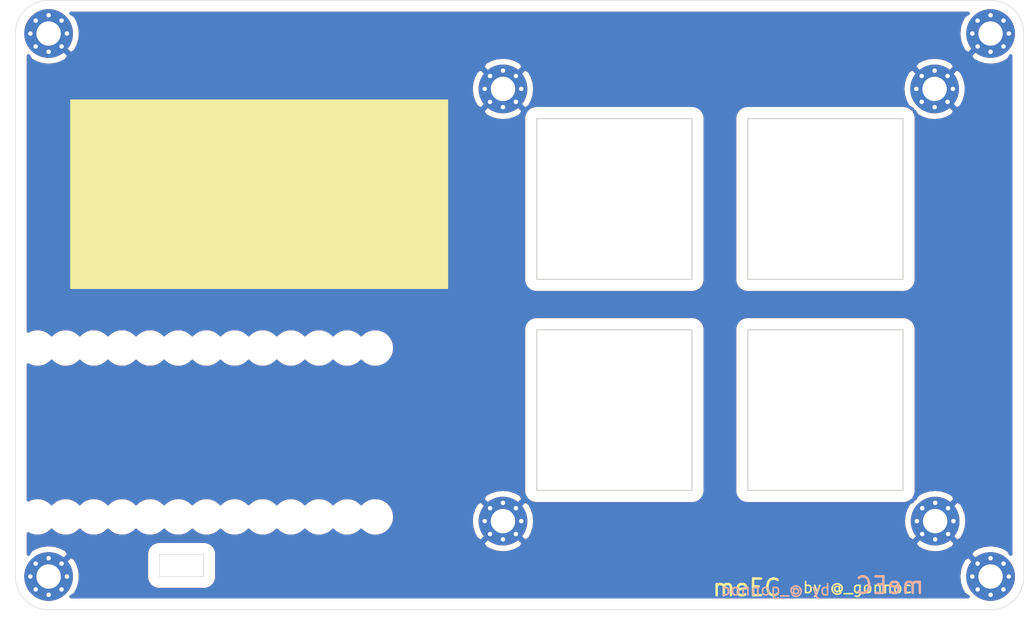
<source format=kicad_pcb>
(kicad_pcb (version 20171130) (host pcbnew "(5.1.2)-1")

  (general
    (thickness 1.6)
    (drawings 17)
    (tracks 0)
    (zones 0)
    (modules 13)
    (nets 2)
  )

  (page A4)
  (layers
    (0 F.Cu signal)
    (31 B.Cu signal)
    (32 B.Adhes user)
    (33 F.Adhes user)
    (34 B.Paste user)
    (35 F.Paste user)
    (36 B.SilkS user)
    (37 F.SilkS user)
    (38 B.Mask user)
    (39 F.Mask user)
    (40 Dwgs.User user)
    (41 Cmts.User user)
    (42 Eco1.User user)
    (43 Eco2.User user)
    (44 Edge.Cuts user)
    (45 Margin user)
    (46 B.CrtYd user)
    (47 F.CrtYd user)
    (48 B.Fab user)
    (49 F.Fab user)
  )

  (setup
    (last_trace_width 0.25)
    (trace_clearance 0.2)
    (zone_clearance 1)
    (zone_45_only no)
    (trace_min 0.2)
    (via_size 0.8)
    (via_drill 0.4)
    (via_min_size 0.4)
    (via_min_drill 0.3)
    (uvia_size 0.3)
    (uvia_drill 0.1)
    (uvias_allowed no)
    (uvia_min_size 0.2)
    (uvia_min_drill 0.1)
    (edge_width 0.05)
    (segment_width 0.2)
    (pcb_text_width 0.3)
    (pcb_text_size 1.5 1.5)
    (mod_edge_width 0.12)
    (mod_text_size 1 1)
    (mod_text_width 0.15)
    (pad_size 0.5 0.5)
    (pad_drill 0)
    (pad_to_mask_clearance 0.051)
    (solder_mask_min_width 0.25)
    (aux_axis_origin 130 118)
    (visible_elements 7FFFFFFF)
    (pcbplotparams
      (layerselection 0x00020_7ffffffe)
      (usegerberextensions true)
      (usegerberattributes false)
      (usegerberadvancedattributes false)
      (creategerberjobfile false)
      (excludeedgelayer true)
      (linewidth 0.100000)
      (plotframeref false)
      (viasonmask false)
      (mode 1)
      (useauxorigin true)
      (hpglpennumber 1)
      (hpglpenspeed 20)
      (hpglpendiameter 15.000000)
      (psnegative false)
      (psa4output false)
      (plotreference true)
      (plotvalue true)
      (plotinvisibletext false)
      (padsonsilk false)
      (subtractmaskfromsilk true)
      (outputformat 1)
      (mirror false)
      (drillshape 0)
      (scaleselection 1)
      (outputdirectory "meEC_top_bto_gerber/"))
  )

  (net 0 "")
  (net 1 GNDA)

  (net_class Default "これはデフォルトのネット クラスです。"
    (clearance 0.2)
    (trace_width 0.25)
    (via_dia 0.8)
    (via_drill 0.4)
    (uvia_dia 0.3)
    (uvia_drill 0.1)
    (add_net GNDA)
  )

  (net_class Power ""
    (clearance 0.2)
    (trace_width 0.5)
    (via_dia 0.8)
    (via_drill 0.4)
    (uvia_dia 0.3)
    (uvia_drill 0.1)
  )

  (module MyLib:BTO_MountHole (layer F.Cu) (tedit 5F700F31) (tstamp 5F671E3E)
    (at 203.1 99.98)
    (path /5F66E881)
    (fp_text reference SW4 (at -6.6 -7.4) (layer F.SilkS) hide
      (effects (font (size 0.8 0.8) (thickness 0.12)))
    )
    (fp_text value EC_SW (at -4.8 -5.2) (layer F.SilkS) hide
      (effects (font (size 0.8 0.8) (thickness 0.12)))
    )
    (fp_line (start 6.9993 -7.25) (end 6.9993 7.25) (layer Edge.Cuts) (width 0.1))
    (fp_line (start -7 7.25) (end -7 -7.25) (layer Edge.Cuts) (width 0.1))
    (fp_line (start -7 -7.25) (end 6.9993 -7.25) (layer Edge.Cuts) (width 0.1))
    (fp_line (start 6.9993 7.25) (end -7 7.25) (layer Edge.Cuts) (width 0.1))
  )

  (module MyLib:BTO_MountHole (layer F.Cu) (tedit 5F700F31) (tstamp 5F67212B)
    (at 184.05 99.98)
    (path /5F66E87B)
    (fp_text reference SW3 (at -6.6 -7.4) (layer F.SilkS) hide
      (effects (font (size 0.8 0.8) (thickness 0.12)))
    )
    (fp_text value EC_SW (at -4.8 -5.2) (layer F.SilkS) hide
      (effects (font (size 0.8 0.8) (thickness 0.12)))
    )
    (fp_line (start 6.9993 -7.25) (end 6.9993 7.25) (layer Edge.Cuts) (width 0.1))
    (fp_line (start -7 7.25) (end -7 -7.25) (layer Edge.Cuts) (width 0.1))
    (fp_line (start -7 -7.25) (end 6.9993 -7.25) (layer Edge.Cuts) (width 0.1))
    (fp_line (start 6.9993 7.25) (end -7 7.25) (layer Edge.Cuts) (width 0.1))
  )

  (module MyLib:BTO_MountHole (layer F.Cu) (tedit 5F700F31) (tstamp 5F672272)
    (at 203.1 80.93)
    (path /5F66CE62)
    (fp_text reference SW2 (at -6.6 -7.4) (layer F.SilkS) hide
      (effects (font (size 0.8 0.8) (thickness 0.12)))
    )
    (fp_text value EC_SW (at -4.8 -5.2) (layer F.SilkS) hide
      (effects (font (size 0.8 0.8) (thickness 0.12)))
    )
    (fp_line (start 6.9993 -7.25) (end 6.9993 7.25) (layer Edge.Cuts) (width 0.1))
    (fp_line (start -7 7.25) (end -7 -7.25) (layer Edge.Cuts) (width 0.1))
    (fp_line (start -7 -7.25) (end 6.9993 -7.25) (layer Edge.Cuts) (width 0.1))
    (fp_line (start 6.9993 7.25) (end -7 7.25) (layer Edge.Cuts) (width 0.1))
  )

  (module MyLib:BTO_MountHole (layer F.Cu) (tedit 5F700F31) (tstamp 5F67206C)
    (at 184.05 80.93)
    (path /5F66C39E)
    (fp_text reference SW1 (at -6.6 -7.4) (layer F.SilkS) hide
      (effects (font (size 0.8 0.8) (thickness 0.12)))
    )
    (fp_text value EC_SW (at -4.8 -5.2) (layer F.SilkS) hide
      (effects (font (size 0.8 0.8) (thickness 0.12)))
    )
    (fp_line (start 6.9993 -7.25) (end 6.9993 7.25) (layer Edge.Cuts) (width 0.1))
    (fp_line (start -7 7.25) (end -7 -7.25) (layer Edge.Cuts) (width 0.1))
    (fp_line (start -7 -7.25) (end 6.9993 -7.25) (layer Edge.Cuts) (width 0.1))
    (fp_line (start 6.9993 7.25) (end -7 7.25) (layer Edge.Cuts) (width 0.1))
  )

  (module MyLib:BLEMicroPro (layer B.Cu) (tedit 5F672FCE) (tstamp 5F674764)
    (at 132 102 270)
    (descr "Through hole straight pin header, 1x12, 2.54mm pitch, single row")
    (tags "Through hole pin header THT 1x12 2.54mm single row")
    (path /5F682A16)
    (fp_text reference U1 (at 0 0 270) (layer B.SilkS) hide
      (effects (font (size 1 1) (thickness 0.15)) (justify mirror))
    )
    (fp_text value ECmicro (at 0 2.54 270) (layer B.Fab)
      (effects (font (size 1 1) (thickness 0.15)) (justify mirror))
    )
    (fp_line (start 8.89 -31.75) (end 8.89 1.27) (layer Cmts.User) (width 0.12))
    (fp_line (start -8.89 -31.75) (end 8.89 -31.75) (layer Cmts.User) (width 0.12))
    (fp_line (start -8.89 1.27) (end -8.89 -31.75) (layer Cmts.User) (width 0.12))
    (fp_line (start 8.89 1.27) (end -8.89 1.27) (layer Cmts.User) (width 0.12))
    (fp_line (start 6.985 1.27) (end 8.89 1.27) (layer B.Fab) (width 0.1))
    (fp_line (start 8.89 -31.75) (end 6.35 -31.75) (layer B.Fab) (width 0.1))
    (fp_line (start 6.35 0.635) (end 6.985 1.27) (layer B.Fab) (width 0.1))
    (fp_line (start 8.89 1.27) (end 8.89 -29.21) (layer B.Fab) (width 0.1))
    (fp_line (start 6.35 -29.21) (end 6.35 0.635) (layer B.Fab) (width 0.1))
    (fp_line (start 9.42 1.8) (end 5.82 1.8) (layer B.CrtYd) (width 0.05))
    (fp_line (start 5.82 -29.75) (end 9.42 -29.75) (layer B.CrtYd) (width 0.05))
    (fp_line (start 5.82 1.8) (end 5.82 -29.75) (layer B.CrtYd) (width 0.05))
    (fp_line (start 9.42 -29.75) (end 9.42 1.8) (layer B.CrtYd) (width 0.05))
    (fp_line (start -5.82 1.8) (end -9.42 1.8) (layer B.CrtYd) (width 0.05))
    (fp_line (start -5.82 -29.75) (end -5.82 1.8) (layer B.CrtYd) (width 0.05))
    (fp_line (start -9.42 -29.75) (end -5.82 -29.75) (layer B.CrtYd) (width 0.05))
    (fp_line (start -9.42 1.8) (end -9.42 -29.75) (layer B.CrtYd) (width 0.05))
    (fp_line (start -8.89 0.635) (end -8.255 1.27) (layer B.Fab) (width 0.1))
    (fp_line (start -8.89 -29.21) (end -8.89 0.635) (layer B.Fab) (width 0.1))
    (fp_line (start -6.35 -29.21) (end -8.89 -29.21) (layer B.Fab) (width 0.1))
    (fp_line (start -6.35 1.27) (end -6.35 -29.21) (layer B.Fab) (width 0.1))
    (fp_line (start -8.255 1.27) (end -6.35 1.27) (layer B.Fab) (width 0.1))
    (pad "" np_thru_hole oval (at -7.62 -5.08 270) (size 1.2 1.2) (drill 1.2) (layers *.Cu *.Mask))
    (pad "" np_thru_hole circle (at -7.62 -2.54 270) (size 1.2 1.2) (drill 1.2) (layers *.Cu *.Mask))
    (pad "" np_thru_hole circle (at -7.62 0 270) (size 1.2 1.2) (drill 1.2) (layers *.Cu *.Mask))
    (pad "" np_thru_hole oval (at -7.62 -7.62 270) (size 1.2 1.2) (drill 1.2) (layers *.Cu *.Mask))
    (pad "" np_thru_hole oval (at -7.62 -10.16 270) (size 1.2 1.2) (drill 1.2) (layers *.Cu *.Mask))
    (pad "" np_thru_hole oval (at -7.62 -12.7 270) (size 1.2 1.2) (drill 1.2) (layers *.Cu *.Mask))
    (pad "" np_thru_hole oval (at -7.62 -15.24 270) (size 1.2 1.2) (drill 1.2) (layers *.Cu *.Mask))
    (pad "" np_thru_hole oval (at -7.62 -17.78 270) (size 1.2 1.2) (drill 1.2) (layers *.Cu *.Mask))
    (pad "" np_thru_hole oval (at -7.62 -20.32 270) (size 1.2 1.2) (drill 1.2) (layers *.Cu *.Mask))
    (pad "" np_thru_hole oval (at -7.62 -22.86 270) (size 1.2 1.2) (drill 1.2) (layers *.Cu *.Mask))
    (pad "" np_thru_hole oval (at -7.62 -25.4 270) (size 1.2 1.2) (drill 1.2) (layers *.Cu *.Mask))
    (pad "" np_thru_hole oval (at -7.62 -27.94 270) (size 1.2 1.2) (drill 1.2) (layers *.Cu *.Mask))
    (pad "" np_thru_hole oval (at -7.62 -30.48 270) (size 1.2 1.2) (drill 1.2) (layers *.Cu *.Mask))
    (pad "" np_thru_hole oval (at 7.62 -30.48 270) (size 1.2 1.2) (drill 1.2) (layers *.Cu *.Mask))
    (pad "" np_thru_hole oval (at 7.62 -27.94 270) (size 1.2 1.2) (drill 1.2) (layers *.Cu *.Mask))
    (pad "" np_thru_hole oval (at 7.62 -25.4 270) (size 1.2 1.2) (drill 1.2) (layers *.Cu *.Mask))
    (pad "" np_thru_hole oval (at 7.62 -22.86 270) (size 1.2 1.2) (drill 1.2) (layers *.Cu *.Mask))
    (pad "" np_thru_hole oval (at 7.62 -20.32 270) (size 1.2 1.2) (drill 1.2) (layers *.Cu *.Mask))
    (pad "" np_thru_hole oval (at 7.62 -17.78 270) (size 1.2 1.2) (drill 1.2) (layers *.Cu *.Mask))
    (pad "" np_thru_hole oval (at 7.62 -15.24 270) (size 1.2 1.2) (drill 1.2) (layers *.Cu *.Mask))
    (pad "" np_thru_hole oval (at 7.62 -12.7 270) (size 1.2 1.2) (drill 1.2) (layers *.Cu *.Mask))
    (pad "" np_thru_hole oval (at 7.62 -10.16 270) (size 1.2 1.2) (drill 1.2) (layers *.Cu *.Mask))
    (pad "" np_thru_hole oval (at 7.62 -7.62 270) (size 1.2 1.2) (drill 1.2) (layers *.Cu *.Mask))
    (pad "" np_thru_hole oval (at 7.62 -5.08 270) (size 1.2 1.2) (drill 1.2) (layers *.Cu *.Mask))
    (pad "" np_thru_hole oval (at 7.62 -2.54 270) (size 1.2 1.2) (drill 1.2) (layers *.Cu *.Mask))
    (pad "" np_thru_hole oval (at 7.62 0 270) (size 1.2 1.2) (drill 1.2) (layers *.Cu *.Mask))
    (model ${KISYS3DMOD}/Pin_Headers.3dshapes/Pin_Header_Straight_1x12_Pitch2.54mm.wrl
      (at (xyz 0 0 0))
      (scale (xyz 1 1 1))
      (rotate (xyz 0 0 0))
    )
  )

  (module MountingHole:MountingHole_2.2mm_M2_Pad_Via (layer F.Cu) (tedit 56DDB9C7) (tstamp 5F674C35)
    (at 218 66)
    (descr "Mounting Hole 2.2mm, M2")
    (tags "mounting hole 2.2mm m2")
    (path /5F6A5CE6)
    (attr virtual)
    (fp_text reference H8 (at 0 -3.2) (layer F.SilkS) hide
      (effects (font (size 1 1) (thickness 0.15)))
    )
    (fp_text value M2 (at 0 3.2) (layer F.Fab)
      (effects (font (size 1 1) (thickness 0.15)))
    )
    (fp_circle (center 0 0) (end 2.45 0) (layer F.CrtYd) (width 0.05))
    (fp_circle (center 0 0) (end 2.2 0) (layer Cmts.User) (width 0.15))
    (fp_text user %R (at 0.3 0) (layer F.Fab)
      (effects (font (size 1 1) (thickness 0.15)))
    )
    (pad 1 thru_hole circle (at 1.166726 -1.166726) (size 0.7 0.7) (drill 0.4) (layers *.Cu *.Mask)
      (net 1 GNDA))
    (pad 1 thru_hole circle (at 0 -1.65) (size 0.7 0.7) (drill 0.4) (layers *.Cu *.Mask)
      (net 1 GNDA))
    (pad 1 thru_hole circle (at -1.166726 -1.166726) (size 0.7 0.7) (drill 0.4) (layers *.Cu *.Mask)
      (net 1 GNDA))
    (pad 1 thru_hole circle (at -1.65 0) (size 0.7 0.7) (drill 0.4) (layers *.Cu *.Mask)
      (net 1 GNDA))
    (pad 1 thru_hole circle (at -1.166726 1.166726) (size 0.7 0.7) (drill 0.4) (layers *.Cu *.Mask)
      (net 1 GNDA))
    (pad 1 thru_hole circle (at 0 1.65) (size 0.7 0.7) (drill 0.4) (layers *.Cu *.Mask)
      (net 1 GNDA))
    (pad 1 thru_hole circle (at 1.166726 1.166726) (size 0.7 0.7) (drill 0.4) (layers *.Cu *.Mask)
      (net 1 GNDA))
    (pad 1 thru_hole circle (at 1.65 0) (size 0.7 0.7) (drill 0.4) (layers *.Cu *.Mask)
      (net 1 GNDA))
    (pad 1 thru_hole circle (at 0 0) (size 4.4 4.4) (drill 2.2) (layers *.Cu *.Mask)
      (net 1 GNDA))
  )

  (module MountingHole:MountingHole_2.2mm_M2_Pad_Via (layer F.Cu) (tedit 56DDB9C7) (tstamp 5F674C25)
    (at 213 110)
    (descr "Mounting Hole 2.2mm, M2")
    (tags "mounting hole 2.2mm m2")
    (path /5F6A5CDA)
    (attr virtual)
    (fp_text reference H7 (at 0 -3.2) (layer F.SilkS) hide
      (effects (font (size 1 1) (thickness 0.15)))
    )
    (fp_text value M2 (at 0 3.2) (layer F.Fab)
      (effects (font (size 1 1) (thickness 0.15)))
    )
    (fp_circle (center 0 0) (end 2.45 0) (layer F.CrtYd) (width 0.05))
    (fp_circle (center 0 0) (end 2.2 0) (layer Cmts.User) (width 0.15))
    (fp_text user %R (at 0.3 0) (layer F.Fab)
      (effects (font (size 1 1) (thickness 0.15)))
    )
    (pad 1 thru_hole circle (at 1.166726 -1.166726) (size 0.7 0.7) (drill 0.4) (layers *.Cu *.Mask)
      (net 1 GNDA))
    (pad 1 thru_hole circle (at 0 -1.65) (size 0.7 0.7) (drill 0.4) (layers *.Cu *.Mask)
      (net 1 GNDA))
    (pad 1 thru_hole circle (at -1.166726 -1.166726) (size 0.7 0.7) (drill 0.4) (layers *.Cu *.Mask)
      (net 1 GNDA))
    (pad 1 thru_hole circle (at -1.65 0) (size 0.7 0.7) (drill 0.4) (layers *.Cu *.Mask)
      (net 1 GNDA))
    (pad 1 thru_hole circle (at -1.166726 1.166726) (size 0.7 0.7) (drill 0.4) (layers *.Cu *.Mask)
      (net 1 GNDA))
    (pad 1 thru_hole circle (at 0 1.65) (size 0.7 0.7) (drill 0.4) (layers *.Cu *.Mask)
      (net 1 GNDA))
    (pad 1 thru_hole circle (at 1.166726 1.166726) (size 0.7 0.7) (drill 0.4) (layers *.Cu *.Mask)
      (net 1 GNDA))
    (pad 1 thru_hole circle (at 1.65 0) (size 0.7 0.7) (drill 0.4) (layers *.Cu *.Mask)
      (net 1 GNDA))
    (pad 1 thru_hole circle (at 0 0) (size 4.4 4.4) (drill 2.2) (layers *.Cu *.Mask)
      (net 1 GNDA))
  )

  (module MountingHole:MountingHole_2.2mm_M2_Pad_Via (layer F.Cu) (tedit 56DDB9C7) (tstamp 5F674C15)
    (at 218 115)
    (descr "Mounting Hole 2.2mm, M2")
    (tags "mounting hole 2.2mm m2")
    (path /5F6A5CCE)
    (attr virtual)
    (fp_text reference H6 (at 0 -3.2) (layer F.SilkS) hide
      (effects (font (size 1 1) (thickness 0.15)))
    )
    (fp_text value M2 (at 0 3.2) (layer F.Fab)
      (effects (font (size 1 1) (thickness 0.15)))
    )
    (fp_circle (center 0 0) (end 2.45 0) (layer F.CrtYd) (width 0.05))
    (fp_circle (center 0 0) (end 2.2 0) (layer Cmts.User) (width 0.15))
    (fp_text user %R (at 0.3 0) (layer F.Fab)
      (effects (font (size 1 1) (thickness 0.15)))
    )
    (pad 1 thru_hole circle (at 1.166726 -1.166726) (size 0.7 0.7) (drill 0.4) (layers *.Cu *.Mask)
      (net 1 GNDA))
    (pad 1 thru_hole circle (at 0 -1.65) (size 0.7 0.7) (drill 0.4) (layers *.Cu *.Mask)
      (net 1 GNDA))
    (pad 1 thru_hole circle (at -1.166726 -1.166726) (size 0.7 0.7) (drill 0.4) (layers *.Cu *.Mask)
      (net 1 GNDA))
    (pad 1 thru_hole circle (at -1.65 0) (size 0.7 0.7) (drill 0.4) (layers *.Cu *.Mask)
      (net 1 GNDA))
    (pad 1 thru_hole circle (at -1.166726 1.166726) (size 0.7 0.7) (drill 0.4) (layers *.Cu *.Mask)
      (net 1 GNDA))
    (pad 1 thru_hole circle (at 0 1.65) (size 0.7 0.7) (drill 0.4) (layers *.Cu *.Mask)
      (net 1 GNDA))
    (pad 1 thru_hole circle (at 1.166726 1.166726) (size 0.7 0.7) (drill 0.4) (layers *.Cu *.Mask)
      (net 1 GNDA))
    (pad 1 thru_hole circle (at 1.65 0) (size 0.7 0.7) (drill 0.4) (layers *.Cu *.Mask)
      (net 1 GNDA))
    (pad 1 thru_hole circle (at 0 0) (size 4.4 4.4) (drill 2.2) (layers *.Cu *.Mask)
      (net 1 GNDA))
  )

  (module MountingHole:MountingHole_2.2mm_M2_Pad_Via (layer F.Cu) (tedit 56DDB9C7) (tstamp 5F674C05)
    (at 174 110)
    (descr "Mounting Hole 2.2mm, M2")
    (tags "mounting hole 2.2mm m2")
    (path /5F6A5CC2)
    (attr virtual)
    (fp_text reference H5 (at 0 -3.2) (layer F.SilkS) hide
      (effects (font (size 1 1) (thickness 0.15)))
    )
    (fp_text value M2 (at 0 3.2) (layer F.Fab)
      (effects (font (size 1 1) (thickness 0.15)))
    )
    (fp_circle (center 0 0) (end 2.45 0) (layer F.CrtYd) (width 0.05))
    (fp_circle (center 0 0) (end 2.2 0) (layer Cmts.User) (width 0.15))
    (fp_text user %R (at 0.3 0) (layer F.Fab)
      (effects (font (size 1 1) (thickness 0.15)))
    )
    (pad 1 thru_hole circle (at 1.166726 -1.166726) (size 0.7 0.7) (drill 0.4) (layers *.Cu *.Mask)
      (net 1 GNDA))
    (pad 1 thru_hole circle (at 0 -1.65) (size 0.7 0.7) (drill 0.4) (layers *.Cu *.Mask)
      (net 1 GNDA))
    (pad 1 thru_hole circle (at -1.166726 -1.166726) (size 0.7 0.7) (drill 0.4) (layers *.Cu *.Mask)
      (net 1 GNDA))
    (pad 1 thru_hole circle (at -1.65 0) (size 0.7 0.7) (drill 0.4) (layers *.Cu *.Mask)
      (net 1 GNDA))
    (pad 1 thru_hole circle (at -1.166726 1.166726) (size 0.7 0.7) (drill 0.4) (layers *.Cu *.Mask)
      (net 1 GNDA))
    (pad 1 thru_hole circle (at 0 1.65) (size 0.7 0.7) (drill 0.4) (layers *.Cu *.Mask)
      (net 1 GNDA))
    (pad 1 thru_hole circle (at 1.166726 1.166726) (size 0.7 0.7) (drill 0.4) (layers *.Cu *.Mask)
      (net 1 GNDA))
    (pad 1 thru_hole circle (at 1.65 0) (size 0.7 0.7) (drill 0.4) (layers *.Cu *.Mask)
      (net 1 GNDA))
    (pad 1 thru_hole circle (at 0 0) (size 4.4 4.4) (drill 2.2) (layers *.Cu *.Mask)
      (net 1 GNDA))
  )

  (module MountingHole:MountingHole_2.2mm_M2_Pad_Via (layer F.Cu) (tedit 56DDB9C7) (tstamp 5F674BF5)
    (at 133 115)
    (descr "Mounting Hole 2.2mm, M2")
    (tags "mounting hole 2.2mm m2")
    (path /5F6A2DF2)
    (attr virtual)
    (fp_text reference H4 (at 0 -3.2) (layer F.SilkS) hide
      (effects (font (size 1 1) (thickness 0.15)))
    )
    (fp_text value M2 (at 0 3.2) (layer F.Fab)
      (effects (font (size 1 1) (thickness 0.15)))
    )
    (fp_circle (center 0 0) (end 2.45 0) (layer F.CrtYd) (width 0.05))
    (fp_circle (center 0 0) (end 2.2 0) (layer Cmts.User) (width 0.15))
    (fp_text user %R (at 0.3 0) (layer F.Fab)
      (effects (font (size 1 1) (thickness 0.15)))
    )
    (pad 1 thru_hole circle (at 1.166726 -1.166726) (size 0.7 0.7) (drill 0.4) (layers *.Cu *.Mask)
      (net 1 GNDA))
    (pad 1 thru_hole circle (at 0 -1.65) (size 0.7 0.7) (drill 0.4) (layers *.Cu *.Mask)
      (net 1 GNDA))
    (pad 1 thru_hole circle (at -1.166726 -1.166726) (size 0.7 0.7) (drill 0.4) (layers *.Cu *.Mask)
      (net 1 GNDA))
    (pad 1 thru_hole circle (at -1.65 0) (size 0.7 0.7) (drill 0.4) (layers *.Cu *.Mask)
      (net 1 GNDA))
    (pad 1 thru_hole circle (at -1.166726 1.166726) (size 0.7 0.7) (drill 0.4) (layers *.Cu *.Mask)
      (net 1 GNDA))
    (pad 1 thru_hole circle (at 0 1.65) (size 0.7 0.7) (drill 0.4) (layers *.Cu *.Mask)
      (net 1 GNDA))
    (pad 1 thru_hole circle (at 1.166726 1.166726) (size 0.7 0.7) (drill 0.4) (layers *.Cu *.Mask)
      (net 1 GNDA))
    (pad 1 thru_hole circle (at 1.65 0) (size 0.7 0.7) (drill 0.4) (layers *.Cu *.Mask)
      (net 1 GNDA))
    (pad 1 thru_hole circle (at 0 0) (size 4.4 4.4) (drill 2.2) (layers *.Cu *.Mask)
      (net 1 GNDA))
  )

  (module MountingHole:MountingHole_2.2mm_M2_Pad_Via (layer F.Cu) (tedit 56DDB9C7) (tstamp 5F674BE5)
    (at 212.95 71)
    (descr "Mounting Hole 2.2mm, M2")
    (tags "mounting hole 2.2mm m2")
    (path /5F6A2DE6)
    (attr virtual)
    (fp_text reference H3 (at 0 -3.2) (layer F.SilkS) hide
      (effects (font (size 1 1) (thickness 0.15)))
    )
    (fp_text value M2 (at 0 3.2) (layer F.Fab)
      (effects (font (size 1 1) (thickness 0.15)))
    )
    (fp_circle (center 0 0) (end 2.45 0) (layer F.CrtYd) (width 0.05))
    (fp_circle (center 0 0) (end 2.2 0) (layer Cmts.User) (width 0.15))
    (fp_text user %R (at 0.3 0) (layer F.Fab)
      (effects (font (size 1 1) (thickness 0.15)))
    )
    (pad 1 thru_hole circle (at 1.166726 -1.166726) (size 0.7 0.7) (drill 0.4) (layers *.Cu *.Mask)
      (net 1 GNDA))
    (pad 1 thru_hole circle (at 0 -1.65) (size 0.7 0.7) (drill 0.4) (layers *.Cu *.Mask)
      (net 1 GNDA))
    (pad 1 thru_hole circle (at -1.166726 -1.166726) (size 0.7 0.7) (drill 0.4) (layers *.Cu *.Mask)
      (net 1 GNDA))
    (pad 1 thru_hole circle (at -1.65 0) (size 0.7 0.7) (drill 0.4) (layers *.Cu *.Mask)
      (net 1 GNDA))
    (pad 1 thru_hole circle (at -1.166726 1.166726) (size 0.7 0.7) (drill 0.4) (layers *.Cu *.Mask)
      (net 1 GNDA))
    (pad 1 thru_hole circle (at 0 1.65) (size 0.7 0.7) (drill 0.4) (layers *.Cu *.Mask)
      (net 1 GNDA))
    (pad 1 thru_hole circle (at 1.166726 1.166726) (size 0.7 0.7) (drill 0.4) (layers *.Cu *.Mask)
      (net 1 GNDA))
    (pad 1 thru_hole circle (at 1.65 0) (size 0.7 0.7) (drill 0.4) (layers *.Cu *.Mask)
      (net 1 GNDA))
    (pad 1 thru_hole circle (at 0 0) (size 4.4 4.4) (drill 2.2) (layers *.Cu *.Mask)
      (net 1 GNDA))
  )

  (module MountingHole:MountingHole_2.2mm_M2_Pad_Via (layer F.Cu) (tedit 56DDB9C7) (tstamp 5F674BD5)
    (at 133 66)
    (descr "Mounting Hole 2.2mm, M2")
    (tags "mounting hole 2.2mm m2")
    (path /5F6A1684)
    (attr virtual)
    (fp_text reference H2 (at 0 -3.2) (layer F.SilkS) hide
      (effects (font (size 1 1) (thickness 0.15)))
    )
    (fp_text value M2 (at 0 3.2) (layer F.Fab)
      (effects (font (size 1 1) (thickness 0.15)))
    )
    (fp_circle (center 0 0) (end 2.45 0) (layer F.CrtYd) (width 0.05))
    (fp_circle (center 0 0) (end 2.2 0) (layer Cmts.User) (width 0.15))
    (fp_text user %R (at 0.3 0) (layer F.Fab)
      (effects (font (size 1 1) (thickness 0.15)))
    )
    (pad 1 thru_hole circle (at 1.166726 -1.166726) (size 0.7 0.7) (drill 0.4) (layers *.Cu *.Mask)
      (net 1 GNDA))
    (pad 1 thru_hole circle (at 0 -1.65) (size 0.7 0.7) (drill 0.4) (layers *.Cu *.Mask)
      (net 1 GNDA))
    (pad 1 thru_hole circle (at -1.166726 -1.166726) (size 0.7 0.7) (drill 0.4) (layers *.Cu *.Mask)
      (net 1 GNDA))
    (pad 1 thru_hole circle (at -1.65 0) (size 0.7 0.7) (drill 0.4) (layers *.Cu *.Mask)
      (net 1 GNDA))
    (pad 1 thru_hole circle (at -1.166726 1.166726) (size 0.7 0.7) (drill 0.4) (layers *.Cu *.Mask)
      (net 1 GNDA))
    (pad 1 thru_hole circle (at 0 1.65) (size 0.7 0.7) (drill 0.4) (layers *.Cu *.Mask)
      (net 1 GNDA))
    (pad 1 thru_hole circle (at 1.166726 1.166726) (size 0.7 0.7) (drill 0.4) (layers *.Cu *.Mask)
      (net 1 GNDA))
    (pad 1 thru_hole circle (at 1.65 0) (size 0.7 0.7) (drill 0.4) (layers *.Cu *.Mask)
      (net 1 GNDA))
    (pad 1 thru_hole circle (at 0 0) (size 4.4 4.4) (drill 2.2) (layers *.Cu *.Mask)
      (net 1 GNDA))
  )

  (module MountingHole:MountingHole_2.2mm_M2_Pad_Via (layer F.Cu) (tedit 56DDB9C7) (tstamp 5F674BC5)
    (at 174 71)
    (descr "Mounting Hole 2.2mm, M2")
    (tags "mounting hole 2.2mm m2")
    (path /5F69D6C9)
    (attr virtual)
    (fp_text reference H1 (at 0 -3.2) (layer F.SilkS) hide
      (effects (font (size 1 1) (thickness 0.15)))
    )
    (fp_text value M2 (at 0 3.2) (layer F.Fab)
      (effects (font (size 1 1) (thickness 0.15)))
    )
    (fp_circle (center 0 0) (end 2.45 0) (layer F.CrtYd) (width 0.05))
    (fp_circle (center 0 0) (end 2.2 0) (layer Cmts.User) (width 0.15))
    (fp_text user %R (at 0.3 0) (layer F.Fab)
      (effects (font (size 1 1) (thickness 0.15)))
    )
    (pad 1 thru_hole circle (at 1.166726 -1.166726) (size 0.7 0.7) (drill 0.4) (layers *.Cu *.Mask)
      (net 1 GNDA))
    (pad 1 thru_hole circle (at 0 -1.65) (size 0.7 0.7) (drill 0.4) (layers *.Cu *.Mask)
      (net 1 GNDA))
    (pad 1 thru_hole circle (at -1.166726 -1.166726) (size 0.7 0.7) (drill 0.4) (layers *.Cu *.Mask)
      (net 1 GNDA))
    (pad 1 thru_hole circle (at -1.65 0) (size 0.7 0.7) (drill 0.4) (layers *.Cu *.Mask)
      (net 1 GNDA))
    (pad 1 thru_hole circle (at -1.166726 1.166726) (size 0.7 0.7) (drill 0.4) (layers *.Cu *.Mask)
      (net 1 GNDA))
    (pad 1 thru_hole circle (at 0 1.65) (size 0.7 0.7) (drill 0.4) (layers *.Cu *.Mask)
      (net 1 GNDA))
    (pad 1 thru_hole circle (at 1.166726 1.166726) (size 0.7 0.7) (drill 0.4) (layers *.Cu *.Mask)
      (net 1 GNDA))
    (pad 1 thru_hole circle (at 1.65 0) (size 0.7 0.7) (drill 0.4) (layers *.Cu *.Mask)
      (net 1 GNDA))
    (pad 1 thru_hole circle (at 0 0) (size 4.4 4.4) (drill 2.2) (layers *.Cu *.Mask)
      (net 1 GNDA))
  )

  (gr_poly (pts (xy 135 72) (xy 135 89) (xy 169 89) (xy 169 72)) (layer F.SilkS) (width 0.1))
  (gr_line (start 147 113) (end 143 113) (layer Edge.Cuts) (width 0.05) (tstamp 5F6728B5))
  (gr_line (start 147 115) (end 147 113) (layer Edge.Cuts) (width 0.05))
  (gr_line (start 143 115) (end 147 115) (layer Edge.Cuts) (width 0.05))
  (gr_line (start 143 113) (end 143 115) (layer Edge.Cuts) (width 0.05))
  (gr_text "by @_gonnoc" (at 198.6 116.2) (layer B.SilkS) (tstamp 5F677F86)
    (effects (font (size 1 1) (thickness 0.15)) (justify mirror))
  )
  (gr_text meEC (at 208.9 115.8) (layer B.SilkS) (tstamp 5F677F82)
    (effects (font (size 1.5 1.5) (thickness 0.23)) (justify mirror))
  )
  (gr_text "by @_gonnoc" (at 206 116) (layer F.SilkS)
    (effects (font (size 1 1) (thickness 0.15)))
  )
  (gr_text meEC (at 196 116) (layer F.SilkS)
    (effects (font (size 1.5 1.5) (thickness 0.23)))
  )
  (gr_arc (start 218 66) (end 221 66) (angle -90) (layer Edge.Cuts) (width 0.05))
  (gr_arc (start 218 115) (end 218 118) (angle -90) (layer Edge.Cuts) (width 0.05))
  (gr_arc (start 133 115) (end 130 115) (angle -90) (layer Edge.Cuts) (width 0.05))
  (gr_arc (start 133 66) (end 133 63) (angle -90) (layer Edge.Cuts) (width 0.05))
  (gr_line (start 218 63) (end 133 63) (layer Edge.Cuts) (width 0.05) (tstamp 5F673526))
  (gr_line (start 221 115) (end 221 66) (layer Edge.Cuts) (width 0.05))
  (gr_line (start 133 118) (end 218 118) (layer Edge.Cuts) (width 0.05))
  (gr_line (start 130 66) (end 130 115) (layer Edge.Cuts) (width 0.05))

  (zone (net 1) (net_name GNDA) (layer F.Cu) (tstamp 5F678997) (hatch edge 0.508)
    (connect_pads thru_hole_only (clearance 1))
    (min_thickness 0.254)
    (fill yes (arc_segments 32) (thermal_gap 0.508) (thermal_bridge_width 0.508))
    (polygon
      (pts
        (xy 130 63) (xy 130 118) (xy 221 118) (xy 221 63)
      )
    )
    (filled_polygon
      (pts
        (xy 216.010223 64.189831) (xy 215.622982 64.429976) (xy 215.362359 64.923877) (xy 215.203099 65.459133) (xy 215.151322 66.015174)
        (xy 215.209019 66.570632) (xy 215.373972 67.104161) (xy 215.622982 67.570024) (xy 216.010225 67.81017) (xy 217.820395 66)
        (xy 217.806253 65.985858) (xy 217.985858 65.806253) (xy 218 65.820395) (xy 218.014143 65.806253) (xy 218.193748 65.985858)
        (xy 218.179605 66) (xy 218.193748 66.014143) (xy 218.014143 66.193748) (xy 218 66.179605) (xy 216.18983 67.989775)
        (xy 216.429976 68.377018) (xy 216.923877 68.637641) (xy 217.459133 68.796901) (xy 218.015174 68.848678) (xy 218.570632 68.790981)
        (xy 219.104161 68.626028) (xy 219.570024 68.377018) (xy 219.810169 67.989777) (xy 219.848001 68.027609) (xy 219.848 112.972392)
        (xy 219.810169 113.010223) (xy 219.570024 112.622982) (xy 219.076123 112.362359) (xy 218.540867 112.203099) (xy 217.984826 112.151322)
        (xy 217.429368 112.209019) (xy 216.895839 112.373972) (xy 216.429976 112.622982) (xy 216.18983 113.010225) (xy 218 114.820395)
        (xy 218.014143 114.806253) (xy 218.193748 114.985858) (xy 218.179605 115) (xy 218.193748 115.014143) (xy 218.014143 115.193748)
        (xy 218 115.179605) (xy 217.985858 115.193748) (xy 217.806253 115.014143) (xy 217.820395 115) (xy 216.010225 113.18983)
        (xy 215.622982 113.429976) (xy 215.362359 113.923877) (xy 215.203099 114.459133) (xy 215.151322 115.015174) (xy 215.209019 115.570632)
        (xy 215.373972 116.104161) (xy 215.622982 116.570024) (xy 216.010223 116.810169) (xy 215.972392 116.848) (xy 135.027608 116.848)
        (xy 134.989777 116.810169) (xy 135.377018 116.570024) (xy 135.637641 116.076123) (xy 135.796901 115.540867) (xy 135.848678 114.984826)
        (xy 135.790981 114.429368) (xy 135.626028 113.895839) (xy 135.377018 113.429976) (xy 134.989775 113.18983) (xy 133.179605 115)
        (xy 133.193748 115.014143) (xy 133.014143 115.193748) (xy 133 115.179605) (xy 132.985858 115.193748) (xy 132.806253 115.014143)
        (xy 132.820395 115) (xy 132.806253 114.985858) (xy 132.985858 114.806253) (xy 133 114.820395) (xy 134.81017 113.010225)
        (xy 134.80383 113) (xy 141.842426 113) (xy 141.848 113.056595) (xy 141.848001 114.943396) (xy 141.842426 115)
        (xy 141.864668 115.225831) (xy 141.930541 115.442984) (xy 142.037512 115.643114) (xy 142.181472 115.818528) (xy 142.356886 115.962488)
        (xy 142.557016 116.069459) (xy 142.774169 116.135332) (xy 142.943405 116.152) (xy 143 116.157574) (xy 143.056595 116.152)
        (xy 146.943405 116.152) (xy 147 116.157574) (xy 147.056595 116.152) (xy 147.225831 116.135332) (xy 147.442984 116.069459)
        (xy 147.643114 115.962488) (xy 147.818528 115.818528) (xy 147.962488 115.643114) (xy 148.069459 115.442984) (xy 148.135332 115.225831)
        (xy 148.157574 115) (xy 148.152 114.943405) (xy 148.152 113.056595) (xy 148.157574 113) (xy 148.142551 112.847461)
        (xy 148.135332 112.774169) (xy 148.069459 112.557016) (xy 147.962488 112.356886) (xy 147.818528 112.181472) (xy 147.643114 112.037512)
        (xy 147.553804 111.989775) (xy 172.18983 111.989775) (xy 172.429976 112.377018) (xy 172.923877 112.637641) (xy 173.459133 112.796901)
        (xy 174.015174 112.848678) (xy 174.570632 112.790981) (xy 175.104161 112.626028) (xy 175.570024 112.377018) (xy 175.81017 111.989775)
        (xy 211.18983 111.989775) (xy 211.429976 112.377018) (xy 211.923877 112.637641) (xy 212.459133 112.796901) (xy 213.015174 112.848678)
        (xy 213.570632 112.790981) (xy 214.104161 112.626028) (xy 214.570024 112.377018) (xy 214.81017 111.989775) (xy 213 110.179605)
        (xy 211.18983 111.989775) (xy 175.81017 111.989775) (xy 174 110.179605) (xy 172.18983 111.989775) (xy 147.553804 111.989775)
        (xy 147.442984 111.930541) (xy 147.225831 111.864668) (xy 147 111.842426) (xy 146.943405 111.848) (xy 143.056595 111.848)
        (xy 143 111.842426) (xy 142.943405 111.848) (xy 142.774169 111.864668) (xy 142.557016 111.930541) (xy 142.356886 112.037512)
        (xy 142.181472 112.181472) (xy 142.037512 112.356886) (xy 141.930541 112.557016) (xy 141.864668 112.774169) (xy 141.842426 113)
        (xy 134.80383 113) (xy 134.570024 112.622982) (xy 134.076123 112.362359) (xy 133.540867 112.203099) (xy 132.984826 112.151322)
        (xy 132.429368 112.209019) (xy 131.895839 112.373972) (xy 131.429976 112.622982) (xy 131.189831 113.010223) (xy 131.152 112.972392)
        (xy 131.152 111.124959) (xy 131.335908 111.22326) (xy 131.661449 111.322012) (xy 131.915159 111.347) (xy 132.084841 111.347)
        (xy 132.338551 111.322012) (xy 132.664092 111.22326) (xy 132.964112 111.062896) (xy 133.227082 110.847082) (xy 133.27 110.794786)
        (xy 133.312918 110.847082) (xy 133.575888 111.062896) (xy 133.875908 111.22326) (xy 134.201449 111.322012) (xy 134.455159 111.347)
        (xy 134.624841 111.347) (xy 134.878551 111.322012) (xy 135.204092 111.22326) (xy 135.504112 111.062896) (xy 135.767082 110.847082)
        (xy 135.81 110.794786) (xy 135.852918 110.847082) (xy 136.115888 111.062896) (xy 136.415908 111.22326) (xy 136.741449 111.322012)
        (xy 136.995159 111.347) (xy 137.164841 111.347) (xy 137.418551 111.322012) (xy 137.744092 111.22326) (xy 138.044112 111.062896)
        (xy 138.307082 110.847082) (xy 138.35 110.794786) (xy 138.392918 110.847082) (xy 138.655888 111.062896) (xy 138.955908 111.22326)
        (xy 139.281449 111.322012) (xy 139.535159 111.347) (xy 139.704841 111.347) (xy 139.958551 111.322012) (xy 140.284092 111.22326)
        (xy 140.584112 111.062896) (xy 140.847082 110.847082) (xy 140.89 110.794786) (xy 140.932918 110.847082) (xy 141.195888 111.062896)
        (xy 141.495908 111.22326) (xy 141.821449 111.322012) (xy 142.075159 111.347) (xy 142.244841 111.347) (xy 142.498551 111.322012)
        (xy 142.824092 111.22326) (xy 143.124112 111.062896) (xy 143.387082 110.847082) (xy 143.43 110.794786) (xy 143.472918 110.847082)
        (xy 143.735888 111.062896) (xy 144.035908 111.22326) (xy 144.361449 111.322012) (xy 144.615159 111.347) (xy 144.784841 111.347)
        (xy 145.038551 111.322012) (xy 145.364092 111.22326) (xy 145.664112 111.062896) (xy 145.927082 110.847082) (xy 145.97 110.794786)
        (xy 146.012918 110.847082) (xy 146.275888 111.062896) (xy 146.575908 111.22326) (xy 146.901449 111.322012) (xy 147.155159 111.347)
        (xy 147.324841 111.347) (xy 147.578551 111.322012) (xy 147.904092 111.22326) (xy 148.204112 111.062896) (xy 148.467082 110.847082)
        (xy 148.51 110.794786) (xy 148.552918 110.847082) (xy 148.815888 111.062896) (xy 149.115908 111.22326) (xy 149.441449 111.322012)
        (xy 149.695159 111.347) (xy 149.864841 111.347) (xy 150.118551 111.322012) (xy 150.444092 111.22326) (xy 150.744112 111.062896)
        (xy 151.007082 110.847082) (xy 151.05 110.794786) (xy 151.092918 110.847082) (xy 151.355888 111.062896) (xy 151.655908 111.22326)
        (xy 151.981449 111.322012) (xy 152.235159 111.347) (xy 152.404841 111.347) (xy 152.658551 111.322012) (xy 152.984092 111.22326)
        (xy 153.284112 111.062896) (xy 153.547082 110.847082) (xy 153.59 110.794786) (xy 153.632918 110.847082) (xy 153.895888 111.062896)
        (xy 154.195908 111.22326) (xy 154.521449 111.322012) (xy 154.775159 111.347) (xy 154.944841 111.347) (xy 155.198551 111.322012)
        (xy 155.524092 111.22326) (xy 155.824112 111.062896) (xy 156.087082 110.847082) (xy 156.13 110.794786) (xy 156.172918 110.847082)
        (xy 156.435888 111.062896) (xy 156.735908 111.22326) (xy 157.061449 111.322012) (xy 157.315159 111.347) (xy 157.484841 111.347)
        (xy 157.738551 111.322012) (xy 158.064092 111.22326) (xy 158.364112 111.062896) (xy 158.627082 110.847082) (xy 158.67 110.794786)
        (xy 158.712918 110.847082) (xy 158.975888 111.062896) (xy 159.275908 111.22326) (xy 159.601449 111.322012) (xy 159.855159 111.347)
        (xy 160.024841 111.347) (xy 160.278551 111.322012) (xy 160.604092 111.22326) (xy 160.904112 111.062896) (xy 161.167082 110.847082)
        (xy 161.21 110.794786) (xy 161.252918 110.847082) (xy 161.515888 111.062896) (xy 161.815908 111.22326) (xy 162.141449 111.322012)
        (xy 162.395159 111.347) (xy 162.564841 111.347) (xy 162.818551 111.322012) (xy 163.144092 111.22326) (xy 163.444112 111.062896)
        (xy 163.707082 110.847082) (xy 163.922896 110.584112) (xy 164.08326 110.284092) (xy 164.164835 110.015174) (xy 171.151322 110.015174)
        (xy 171.209019 110.570632) (xy 171.373972 111.104161) (xy 171.622982 111.570024) (xy 172.010225 111.81017) (xy 173.820395 110)
        (xy 174.179605 110) (xy 175.989775 111.81017) (xy 176.377018 111.570024) (xy 176.637641 111.076123) (xy 176.796901 110.540867)
        (xy 176.848678 109.984826) (xy 176.790981 109.429368) (xy 176.626028 108.895839) (xy 176.377018 108.429976) (xy 175.989775 108.18983)
        (xy 174.179605 110) (xy 173.820395 110) (xy 172.010225 108.18983) (xy 171.622982 108.429976) (xy 171.362359 108.923877)
        (xy 171.203099 109.459133) (xy 171.151322 110.015174) (xy 164.164835 110.015174) (xy 164.182012 109.958551) (xy 164.215356 109.62)
        (xy 164.182012 109.281449) (xy 164.08326 108.955908) (xy 163.922896 108.655888) (xy 163.707082 108.392918) (xy 163.444112 108.177104)
        (xy 163.144092 108.01674) (xy 163.122615 108.010225) (xy 172.18983 108.010225) (xy 174 109.820395) (xy 175.81017 108.010225)
        (xy 175.570024 107.622982) (xy 175.076123 107.362359) (xy 174.540867 107.203099) (xy 173.984826 107.151322) (xy 173.429368 107.209019)
        (xy 172.895839 107.373972) (xy 172.429976 107.622982) (xy 172.18983 108.010225) (xy 163.122615 108.010225) (xy 162.818551 107.917988)
        (xy 162.564841 107.893) (xy 162.395159 107.893) (xy 162.141449 107.917988) (xy 161.815908 108.01674) (xy 161.515888 108.177104)
        (xy 161.252918 108.392918) (xy 161.21 108.445214) (xy 161.167082 108.392918) (xy 160.904112 108.177104) (xy 160.604092 108.01674)
        (xy 160.278551 107.917988) (xy 160.024841 107.893) (xy 159.855159 107.893) (xy 159.601449 107.917988) (xy 159.275908 108.01674)
        (xy 158.975888 108.177104) (xy 158.712918 108.392918) (xy 158.67 108.445214) (xy 158.627082 108.392918) (xy 158.364112 108.177104)
        (xy 158.064092 108.01674) (xy 157.738551 107.917988) (xy 157.484841 107.893) (xy 157.315159 107.893) (xy 157.061449 107.917988)
        (xy 156.735908 108.01674) (xy 156.435888 108.177104) (xy 156.172918 108.392918) (xy 156.13 108.445214) (xy 156.087082 108.392918)
        (xy 155.824112 108.177104) (xy 155.524092 108.01674) (xy 155.198551 107.917988) (xy 154.944841 107.893) (xy 154.775159 107.893)
        (xy 154.521449 107.917988) (xy 154.195908 108.01674) (xy 153.895888 108.177104) (xy 153.632918 108.392918) (xy 153.59 108.445214)
        (xy 153.547082 108.392918) (xy 153.284112 108.177104) (xy 152.984092 108.01674) (xy 152.658551 107.917988) (xy 152.404841 107.893)
        (xy 152.235159 107.893) (xy 151.981449 107.917988) (xy 151.655908 108.01674) (xy 151.355888 108.177104) (xy 151.092918 108.392918)
        (xy 151.05 108.445214) (xy 151.007082 108.392918) (xy 150.744112 108.177104) (xy 150.444092 108.01674) (xy 150.118551 107.917988)
        (xy 149.864841 107.893) (xy 149.695159 107.893) (xy 149.441449 107.917988) (xy 149.115908 108.01674) (xy 148.815888 108.177104)
        (xy 148.552918 108.392918) (xy 148.51 108.445214) (xy 148.467082 108.392918) (xy 148.204112 108.177104) (xy 147.904092 108.01674)
        (xy 147.578551 107.917988) (xy 147.324841 107.893) (xy 147.155159 107.893) (xy 146.901449 107.917988) (xy 146.575908 108.01674)
        (xy 146.275888 108.177104) (xy 146.012918 108.392918) (xy 145.97 108.445214) (xy 145.927082 108.392918) (xy 145.664112 108.177104)
        (xy 145.364092 108.01674) (xy 145.038551 107.917988) (xy 144.784841 107.893) (xy 144.615159 107.893) (xy 144.361449 107.917988)
        (xy 144.035908 108.01674) (xy 143.735888 108.177104) (xy 143.472918 108.392918) (xy 143.43 108.445214) (xy 143.387082 108.392918)
        (xy 143.124112 108.177104) (xy 142.824092 108.01674) (xy 142.498551 107.917988) (xy 142.244841 107.893) (xy 142.075159 107.893)
        (xy 141.821449 107.917988) (xy 141.495908 108.01674) (xy 141.195888 108.177104) (xy 140.932918 108.392918) (xy 140.89 108.445214)
        (xy 140.847082 108.392918) (xy 140.584112 108.177104) (xy 140.284092 108.01674) (xy 139.958551 107.917988) (xy 139.704841 107.893)
        (xy 139.535159 107.893) (xy 139.281449 107.917988) (xy 138.955908 108.01674) (xy 138.655888 108.177104) (xy 138.392918 108.392918)
        (xy 138.35 108.445214) (xy 138.307082 108.392918) (xy 138.044112 108.177104) (xy 137.744092 108.01674) (xy 137.418551 107.917988)
        (xy 137.164841 107.893) (xy 136.995159 107.893) (xy 136.741449 107.917988) (xy 136.415908 108.01674) (xy 136.115888 108.177104)
        (xy 135.852918 108.392918) (xy 135.81 108.445214) (xy 135.767082 108.392918) (xy 135.504112 108.177104) (xy 135.204092 108.01674)
        (xy 134.878551 107.917988) (xy 134.624841 107.893) (xy 134.455159 107.893) (xy 134.201449 107.917988) (xy 133.875908 108.01674)
        (xy 133.575888 108.177104) (xy 133.312918 108.392918) (xy 133.27 108.445214) (xy 133.227082 108.392918) (xy 132.964112 108.177104)
        (xy 132.664092 108.01674) (xy 132.338551 107.917988) (xy 132.084841 107.893) (xy 131.915159 107.893) (xy 131.661449 107.917988)
        (xy 131.335908 108.01674) (xy 131.152 108.115041) (xy 131.152 95.890429) (xy 131.181959 95.910447) (xy 131.496253 96.040632)
        (xy 131.829905 96.107) (xy 132.170095 96.107) (xy 132.503747 96.040632) (xy 132.818041 95.910447) (xy 133.100898 95.721448)
        (xy 133.27 95.552346) (xy 133.439102 95.721448) (xy 133.721959 95.910447) (xy 134.036253 96.040632) (xy 134.369905 96.107)
        (xy 134.710095 96.107) (xy 135.043747 96.040632) (xy 135.358041 95.910447) (xy 135.640898 95.721448) (xy 135.8089 95.553446)
        (xy 135.852918 95.607082) (xy 136.115888 95.822896) (xy 136.415908 95.98326) (xy 136.741449 96.082012) (xy 136.995159 96.107)
        (xy 137.164841 96.107) (xy 137.418551 96.082012) (xy 137.744092 95.98326) (xy 138.044112 95.822896) (xy 138.307082 95.607082)
        (xy 138.35 95.554786) (xy 138.392918 95.607082) (xy 138.655888 95.822896) (xy 138.955908 95.98326) (xy 139.281449 96.082012)
        (xy 139.535159 96.107) (xy 139.704841 96.107) (xy 139.958551 96.082012) (xy 140.284092 95.98326) (xy 140.584112 95.822896)
        (xy 140.847082 95.607082) (xy 140.89 95.554786) (xy 140.932918 95.607082) (xy 141.195888 95.822896) (xy 141.495908 95.98326)
        (xy 141.821449 96.082012) (xy 142.075159 96.107) (xy 142.244841 96.107) (xy 142.498551 96.082012) (xy 142.824092 95.98326)
        (xy 143.124112 95.822896) (xy 143.387082 95.607082) (xy 143.43 95.554786) (xy 143.472918 95.607082) (xy 143.735888 95.822896)
        (xy 144.035908 95.98326) (xy 144.361449 96.082012) (xy 144.615159 96.107) (xy 144.784841 96.107) (xy 145.038551 96.082012)
        (xy 145.364092 95.98326) (xy 145.664112 95.822896) (xy 145.927082 95.607082) (xy 145.97 95.554786) (xy 146.012918 95.607082)
        (xy 146.275888 95.822896) (xy 146.575908 95.98326) (xy 146.901449 96.082012) (xy 147.155159 96.107) (xy 147.324841 96.107)
        (xy 147.578551 96.082012) (xy 147.904092 95.98326) (xy 148.204112 95.822896) (xy 148.467082 95.607082) (xy 148.51 95.554786)
        (xy 148.552918 95.607082) (xy 148.815888 95.822896) (xy 149.115908 95.98326) (xy 149.441449 96.082012) (xy 149.695159 96.107)
        (xy 149.864841 96.107) (xy 150.118551 96.082012) (xy 150.444092 95.98326) (xy 150.744112 95.822896) (xy 151.007082 95.607082)
        (xy 151.05 95.554786) (xy 151.092918 95.607082) (xy 151.355888 95.822896) (xy 151.655908 95.98326) (xy 151.981449 96.082012)
        (xy 152.235159 96.107) (xy 152.404841 96.107) (xy 152.658551 96.082012) (xy 152.984092 95.98326) (xy 153.284112 95.822896)
        (xy 153.547082 95.607082) (xy 153.59 95.554786) (xy 153.632918 95.607082) (xy 153.895888 95.822896) (xy 154.195908 95.98326)
        (xy 154.521449 96.082012) (xy 154.775159 96.107) (xy 154.944841 96.107) (xy 155.198551 96.082012) (xy 155.524092 95.98326)
        (xy 155.824112 95.822896) (xy 156.087082 95.607082) (xy 156.13 95.554786) (xy 156.172918 95.607082) (xy 156.435888 95.822896)
        (xy 156.735908 95.98326) (xy 157.061449 96.082012) (xy 157.315159 96.107) (xy 157.484841 96.107) (xy 157.738551 96.082012)
        (xy 158.064092 95.98326) (xy 158.364112 95.822896) (xy 158.627082 95.607082) (xy 158.67 95.554786) (xy 158.712918 95.607082)
        (xy 158.975888 95.822896) (xy 159.275908 95.98326) (xy 159.601449 96.082012) (xy 159.855159 96.107) (xy 160.024841 96.107)
        (xy 160.278551 96.082012) (xy 160.604092 95.98326) (xy 160.904112 95.822896) (xy 161.167082 95.607082) (xy 161.21 95.554786)
        (xy 161.252918 95.607082) (xy 161.515888 95.822896) (xy 161.815908 95.98326) (xy 162.141449 96.082012) (xy 162.395159 96.107)
        (xy 162.564841 96.107) (xy 162.818551 96.082012) (xy 163.144092 95.98326) (xy 163.444112 95.822896) (xy 163.707082 95.607082)
        (xy 163.922896 95.344112) (xy 164.08326 95.044092) (xy 164.182012 94.718551) (xy 164.215356 94.38) (xy 164.182012 94.041449)
        (xy 164.08326 93.715908) (xy 163.922896 93.415888) (xy 163.707082 93.152918) (xy 163.444112 92.937104) (xy 163.144092 92.77674)
        (xy 162.990012 92.73) (xy 175.867306 92.73) (xy 175.873001 92.787823) (xy 175.873 107.172187) (xy 175.867306 107.23)
        (xy 175.890031 107.460732) (xy 175.957333 107.682597) (xy 176.066626 107.88707) (xy 176.071493 107.893) (xy 176.213709 108.066291)
        (xy 176.39293 108.213374) (xy 176.597403 108.322667) (xy 176.819268 108.389969) (xy 177.05 108.412694) (xy 177.107812 108.407)
        (xy 190.991488 108.407) (xy 191.0493 108.412694) (xy 191.107112 108.407) (xy 191.280032 108.389969) (xy 191.501897 108.322667)
        (xy 191.70637 108.213374) (xy 191.885591 108.066291) (xy 192.032674 107.88707) (xy 192.141967 107.682597) (xy 192.209269 107.460732)
        (xy 192.231994 107.23) (xy 192.2263 107.172188) (xy 192.2263 92.787812) (xy 192.231994 92.73) (xy 194.917306 92.73)
        (xy 194.923001 92.787823) (xy 194.923 107.172187) (xy 194.917306 107.23) (xy 194.940031 107.460732) (xy 195.007333 107.682597)
        (xy 195.116626 107.88707) (xy 195.121493 107.893) (xy 195.263709 108.066291) (xy 195.44293 108.213374) (xy 195.647403 108.322667)
        (xy 195.869268 108.389969) (xy 196.1 108.412694) (xy 196.157812 108.407) (xy 210.041488 108.407) (xy 210.0993 108.412694)
        (xy 210.157112 108.407) (xy 210.330032 108.389969) (xy 210.551897 108.322667) (xy 210.75637 108.213374) (xy 210.908729 108.088337)
        (xy 211.010223 108.189831) (xy 210.622982 108.429976) (xy 210.362359 108.923877) (xy 210.203099 109.459133) (xy 210.151322 110.015174)
        (xy 210.209019 110.570632) (xy 210.373972 111.104161) (xy 210.622982 111.570024) (xy 211.010225 111.81017) (xy 212.820395 110)
        (xy 213.179605 110) (xy 214.989775 111.81017) (xy 215.377018 111.570024) (xy 215.637641 111.076123) (xy 215.796901 110.540867)
        (xy 215.848678 109.984826) (xy 215.790981 109.429368) (xy 215.626028 108.895839) (xy 215.377018 108.429976) (xy 214.989775 108.18983)
        (xy 213.179605 110) (xy 212.820395 110) (xy 212.806253 109.985858) (xy 212.985858 109.806253) (xy 213 109.820395)
        (xy 214.81017 108.010225) (xy 214.570024 107.622982) (xy 214.076123 107.362359) (xy 213.540867 107.203099) (xy 212.984826 107.151322)
        (xy 212.429368 107.209019) (xy 211.895839 107.373972) (xy 211.429976 107.622982) (xy 211.189831 108.010223) (xy 211.075891 107.896283)
        (xy 211.071553 107.900621) (xy 211.082674 107.88707) (xy 211.191967 107.682597) (xy 211.259269 107.460732) (xy 211.281994 107.23)
        (xy 211.2763 107.172188) (xy 211.2763 92.787812) (xy 211.281994 92.73) (xy 211.259269 92.499268) (xy 211.191967 92.277403)
        (xy 211.082674 92.07293) (xy 210.935591 91.893709) (xy 210.75637 91.746626) (xy 210.551897 91.637333) (xy 210.330032 91.570031)
        (xy 210.157112 91.553) (xy 210.0993 91.547306) (xy 210.041488 91.553) (xy 196.157812 91.553) (xy 196.1 91.547306)
        (xy 196.042188 91.553) (xy 195.869268 91.570031) (xy 195.647403 91.637333) (xy 195.44293 91.746626) (xy 195.263709 91.893709)
        (xy 195.116626 92.07293) (xy 195.007333 92.277403) (xy 194.940031 92.499268) (xy 194.917306 92.73) (xy 192.231994 92.73)
        (xy 192.209269 92.499268) (xy 192.141967 92.277403) (xy 192.032674 92.07293) (xy 191.885591 91.893709) (xy 191.70637 91.746626)
        (xy 191.501897 91.637333) (xy 191.280032 91.570031) (xy 191.107112 91.553) (xy 191.0493 91.547306) (xy 190.991488 91.553)
        (xy 177.107812 91.553) (xy 177.05 91.547306) (xy 176.992188 91.553) (xy 176.819268 91.570031) (xy 176.597403 91.637333)
        (xy 176.39293 91.746626) (xy 176.213709 91.893709) (xy 176.066626 92.07293) (xy 175.957333 92.277403) (xy 175.890031 92.499268)
        (xy 175.867306 92.73) (xy 162.990012 92.73) (xy 162.818551 92.677988) (xy 162.564841 92.653) (xy 162.395159 92.653)
        (xy 162.141449 92.677988) (xy 161.815908 92.77674) (xy 161.515888 92.937104) (xy 161.252918 93.152918) (xy 161.21 93.205214)
        (xy 161.167082 93.152918) (xy 160.904112 92.937104) (xy 160.604092 92.77674) (xy 160.278551 92.677988) (xy 160.024841 92.653)
        (xy 159.855159 92.653) (xy 159.601449 92.677988) (xy 159.275908 92.77674) (xy 158.975888 92.937104) (xy 158.712918 93.152918)
        (xy 158.67 93.205214) (xy 158.627082 93.152918) (xy 158.364112 92.937104) (xy 158.064092 92.77674) (xy 157.738551 92.677988)
        (xy 157.484841 92.653) (xy 157.315159 92.653) (xy 157.061449 92.677988) (xy 156.735908 92.77674) (xy 156.435888 92.937104)
        (xy 156.172918 93.152918) (xy 156.13 93.205214) (xy 156.087082 93.152918) (xy 155.824112 92.937104) (xy 155.524092 92.77674)
        (xy 155.198551 92.677988) (xy 154.944841 92.653) (xy 154.775159 92.653) (xy 154.521449 92.677988) (xy 154.195908 92.77674)
        (xy 153.895888 92.937104) (xy 153.632918 93.152918) (xy 153.59 93.205214) (xy 153.547082 93.152918) (xy 153.284112 92.937104)
        (xy 152.984092 92.77674) (xy 152.658551 92.677988) (xy 152.404841 92.653) (xy 152.235159 92.653) (xy 151.981449 92.677988)
        (xy 151.655908 92.77674) (xy 151.355888 92.937104) (xy 151.092918 93.152918) (xy 151.05 93.205214) (xy 151.007082 93.152918)
        (xy 150.744112 92.937104) (xy 150.444092 92.77674) (xy 150.118551 92.677988) (xy 149.864841 92.653) (xy 149.695159 92.653)
        (xy 149.441449 92.677988) (xy 149.115908 92.77674) (xy 148.815888 92.937104) (xy 148.552918 93.152918) (xy 148.51 93.205214)
        (xy 148.467082 93.152918) (xy 148.204112 92.937104) (xy 147.904092 92.77674) (xy 147.578551 92.677988) (xy 147.324841 92.653)
        (xy 147.155159 92.653) (xy 146.901449 92.677988) (xy 146.575908 92.77674) (xy 146.275888 92.937104) (xy 146.012918 93.152918)
        (xy 145.97 93.205214) (xy 145.927082 93.152918) (xy 145.664112 92.937104) (xy 145.364092 92.77674) (xy 145.038551 92.677988)
        (xy 144.784841 92.653) (xy 144.615159 92.653) (xy 144.361449 92.677988) (xy 144.035908 92.77674) (xy 143.735888 92.937104)
        (xy 143.472918 93.152918) (xy 143.43 93.205214) (xy 143.387082 93.152918) (xy 143.124112 92.937104) (xy 142.824092 92.77674)
        (xy 142.498551 92.677988) (xy 142.244841 92.653) (xy 142.075159 92.653) (xy 141.821449 92.677988) (xy 141.495908 92.77674)
        (xy 141.195888 92.937104) (xy 140.932918 93.152918) (xy 140.89 93.205214) (xy 140.847082 93.152918) (xy 140.584112 92.937104)
        (xy 140.284092 92.77674) (xy 139.958551 92.677988) (xy 139.704841 92.653) (xy 139.535159 92.653) (xy 139.281449 92.677988)
        (xy 138.955908 92.77674) (xy 138.655888 92.937104) (xy 138.392918 93.152918) (xy 138.35 93.205214) (xy 138.307082 93.152918)
        (xy 138.044112 92.937104) (xy 137.744092 92.77674) (xy 137.418551 92.677988) (xy 137.164841 92.653) (xy 136.995159 92.653)
        (xy 136.741449 92.677988) (xy 136.415908 92.77674) (xy 136.115888 92.937104) (xy 135.852918 93.152918) (xy 135.8089 93.206554)
        (xy 135.640898 93.038552) (xy 135.358041 92.849553) (xy 135.043747 92.719368) (xy 134.710095 92.653) (xy 134.369905 92.653)
        (xy 134.036253 92.719368) (xy 133.721959 92.849553) (xy 133.439102 93.038552) (xy 133.27 93.207654) (xy 133.100898 93.038552)
        (xy 132.818041 92.849553) (xy 132.503747 92.719368) (xy 132.170095 92.653) (xy 131.829905 92.653) (xy 131.496253 92.719368)
        (xy 131.181959 92.849553) (xy 131.152 92.869571) (xy 131.152 72.989775) (xy 172.18983 72.989775) (xy 172.429976 73.377018)
        (xy 172.923877 73.637641) (xy 173.459133 73.796901) (xy 174.015174 73.848678) (xy 174.570632 73.790981) (xy 174.929592 73.68)
        (xy 175.867306 73.68) (xy 175.873001 73.737823) (xy 175.873 88.122187) (xy 175.867306 88.18) (xy 175.890031 88.410732)
        (xy 175.957333 88.632597) (xy 176.066626 88.83707) (xy 176.213709 89.016291) (xy 176.39293 89.163374) (xy 176.597403 89.272667)
        (xy 176.819268 89.339969) (xy 177.05 89.362694) (xy 177.107812 89.357) (xy 190.991488 89.357) (xy 191.0493 89.362694)
        (xy 191.107112 89.357) (xy 191.280032 89.339969) (xy 191.501897 89.272667) (xy 191.70637 89.163374) (xy 191.885591 89.016291)
        (xy 192.032674 88.83707) (xy 192.141967 88.632597) (xy 192.209269 88.410732) (xy 192.231994 88.18) (xy 192.2263 88.122188)
        (xy 192.2263 73.737812) (xy 192.231994 73.68) (xy 194.917306 73.68) (xy 194.923001 73.737823) (xy 194.923 88.122187)
        (xy 194.917306 88.18) (xy 194.940031 88.410732) (xy 195.007333 88.632597) (xy 195.116626 88.83707) (xy 195.263709 89.016291)
        (xy 195.44293 89.163374) (xy 195.647403 89.272667) (xy 195.869268 89.339969) (xy 196.1 89.362694) (xy 196.157812 89.357)
        (xy 210.041488 89.357) (xy 210.0993 89.362694) (xy 210.157112 89.357) (xy 210.330032 89.339969) (xy 210.551897 89.272667)
        (xy 210.75637 89.163374) (xy 210.935591 89.016291) (xy 211.082674 88.83707) (xy 211.191967 88.632597) (xy 211.259269 88.410732)
        (xy 211.281994 88.18) (xy 211.2763 88.122188) (xy 211.2763 73.737812) (xy 211.281994 73.68) (xy 211.259269 73.449268)
        (xy 211.191967 73.227403) (xy 211.091035 73.038573) (xy 211.139831 72.989777) (xy 211.379976 73.377018) (xy 211.873877 73.637641)
        (xy 212.409133 73.796901) (xy 212.965174 73.848678) (xy 213.520632 73.790981) (xy 214.054161 73.626028) (xy 214.520024 73.377018)
        (xy 214.76017 72.989775) (xy 212.95 71.179605) (xy 212.935858 71.193748) (xy 212.756253 71.014143) (xy 212.770395 71)
        (xy 213.129605 71) (xy 214.939775 72.81017) (xy 215.327018 72.570024) (xy 215.587641 72.076123) (xy 215.746901 71.540867)
        (xy 215.798678 70.984826) (xy 215.740981 70.429368) (xy 215.576028 69.895839) (xy 215.327018 69.429976) (xy 214.939775 69.18983)
        (xy 213.129605 71) (xy 212.770395 71) (xy 210.960225 69.18983) (xy 210.572982 69.429976) (xy 210.312359 69.923877)
        (xy 210.153099 70.459133) (xy 210.101322 71.015174) (xy 210.159019 71.570632) (xy 210.323972 72.104161) (xy 210.572982 72.570024)
        (xy 210.960223 72.810169) (xy 210.930698 72.839694) (xy 210.75637 72.696626) (xy 210.551897 72.587333) (xy 210.330032 72.520031)
        (xy 210.157112 72.503) (xy 210.0993 72.497306) (xy 210.041488 72.503) (xy 196.157812 72.503) (xy 196.1 72.497306)
        (xy 196.042188 72.503) (xy 195.869268 72.520031) (xy 195.647403 72.587333) (xy 195.44293 72.696626) (xy 195.263709 72.843709)
        (xy 195.116626 73.02293) (xy 195.007333 73.227403) (xy 194.940031 73.449268) (xy 194.917306 73.68) (xy 192.231994 73.68)
        (xy 192.209269 73.449268) (xy 192.141967 73.227403) (xy 192.032674 73.02293) (xy 191.885591 72.843709) (xy 191.70637 72.696626)
        (xy 191.501897 72.587333) (xy 191.280032 72.520031) (xy 191.107112 72.503) (xy 191.0493 72.497306) (xy 190.991488 72.503)
        (xy 177.107812 72.503) (xy 177.05 72.497306) (xy 176.992188 72.503) (xy 176.819268 72.520031) (xy 176.597403 72.587333)
        (xy 176.39293 72.696626) (xy 176.213709 72.843709) (xy 176.066626 73.02293) (xy 175.957333 73.227403) (xy 175.890031 73.449268)
        (xy 175.867306 73.68) (xy 174.929592 73.68) (xy 175.104161 73.626028) (xy 175.570024 73.377018) (xy 175.81017 72.989775)
        (xy 174 71.179605) (xy 172.18983 72.989775) (xy 131.152 72.989775) (xy 131.152 71.015174) (xy 171.151322 71.015174)
        (xy 171.209019 71.570632) (xy 171.373972 72.104161) (xy 171.622982 72.570024) (xy 172.010225 72.81017) (xy 173.820395 71)
        (xy 174.179605 71) (xy 175.989775 72.81017) (xy 176.377018 72.570024) (xy 176.637641 72.076123) (xy 176.796901 71.540867)
        (xy 176.848678 70.984826) (xy 176.790981 70.429368) (xy 176.626028 69.895839) (xy 176.377018 69.429976) (xy 175.989775 69.18983)
        (xy 174.179605 71) (xy 173.820395 71) (xy 172.010225 69.18983) (xy 171.622982 69.429976) (xy 171.362359 69.923877)
        (xy 171.203099 70.459133) (xy 171.151322 71.015174) (xy 131.152 71.015174) (xy 131.152 69.010225) (xy 172.18983 69.010225)
        (xy 174 70.820395) (xy 175.81017 69.010225) (xy 211.13983 69.010225) (xy 212.95 70.820395) (xy 214.76017 69.010225)
        (xy 214.520024 68.622982) (xy 214.026123 68.362359) (xy 213.490867 68.203099) (xy 212.934826 68.151322) (xy 212.379368 68.209019)
        (xy 211.845839 68.373972) (xy 211.379976 68.622982) (xy 211.13983 69.010225) (xy 175.81017 69.010225) (xy 175.570024 68.622982)
        (xy 175.076123 68.362359) (xy 174.540867 68.203099) (xy 173.984826 68.151322) (xy 173.429368 68.209019) (xy 172.895839 68.373972)
        (xy 172.429976 68.622982) (xy 172.18983 69.010225) (xy 131.152 69.010225) (xy 131.152 68.027608) (xy 131.189831 67.989777)
        (xy 131.429976 68.377018) (xy 131.923877 68.637641) (xy 132.459133 68.796901) (xy 133.015174 68.848678) (xy 133.570632 68.790981)
        (xy 134.104161 68.626028) (xy 134.570024 68.377018) (xy 134.81017 67.989775) (xy 133 66.179605) (xy 132.985858 66.193748)
        (xy 132.806253 66.014143) (xy 132.820395 66) (xy 132.806253 65.985858) (xy 132.985858 65.806253) (xy 133 65.820395)
        (xy 133.014143 65.806253) (xy 133.193748 65.985858) (xy 133.179605 66) (xy 134.989775 67.81017) (xy 135.377018 67.570024)
        (xy 135.637641 67.076123) (xy 135.796901 66.540867) (xy 135.848678 65.984826) (xy 135.790981 65.429368) (xy 135.626028 64.895839)
        (xy 135.377018 64.429976) (xy 134.989777 64.189831) (xy 135.027608 64.152) (xy 215.972392 64.152)
      )
    )
  )
  (zone (net 1) (net_name GNDA) (layer B.Cu) (tstamp 5F678994) (hatch edge 0.508)
    (connect_pads thru_hole_only (clearance 1))
    (min_thickness 0.254)
    (fill yes (arc_segments 32) (thermal_gap 0.508) (thermal_bridge_width 0.508))
    (polygon
      (pts
        (xy 130 63) (xy 130 118) (xy 221 118) (xy 221 63)
      )
    )
    (filled_polygon
      (pts
        (xy 216.010223 64.189831) (xy 215.622982 64.429976) (xy 215.362359 64.923877) (xy 215.203099 65.459133) (xy 215.151322 66.015174)
        (xy 215.209019 66.570632) (xy 215.373972 67.104161) (xy 215.622982 67.570024) (xy 216.010225 67.81017) (xy 217.820395 66)
        (xy 217.806253 65.985858) (xy 217.985858 65.806253) (xy 218 65.820395) (xy 218.014143 65.806253) (xy 218.193748 65.985858)
        (xy 218.179605 66) (xy 218.193748 66.014143) (xy 218.014143 66.193748) (xy 218 66.179605) (xy 216.18983 67.989775)
        (xy 216.429976 68.377018) (xy 216.923877 68.637641) (xy 217.459133 68.796901) (xy 218.015174 68.848678) (xy 218.570632 68.790981)
        (xy 219.104161 68.626028) (xy 219.570024 68.377018) (xy 219.810169 67.989777) (xy 219.848001 68.027609) (xy 219.848 112.972392)
        (xy 219.810169 113.010223) (xy 219.570024 112.622982) (xy 219.076123 112.362359) (xy 218.540867 112.203099) (xy 217.984826 112.151322)
        (xy 217.429368 112.209019) (xy 216.895839 112.373972) (xy 216.429976 112.622982) (xy 216.18983 113.010225) (xy 218 114.820395)
        (xy 218.014143 114.806253) (xy 218.193748 114.985858) (xy 218.179605 115) (xy 218.193748 115.014143) (xy 218.014143 115.193748)
        (xy 218 115.179605) (xy 217.985858 115.193748) (xy 217.806253 115.014143) (xy 217.820395 115) (xy 216.010225 113.18983)
        (xy 215.622982 113.429976) (xy 215.362359 113.923877) (xy 215.203099 114.459133) (xy 215.151322 115.015174) (xy 215.209019 115.570632)
        (xy 215.373972 116.104161) (xy 215.622982 116.570024) (xy 216.010223 116.810169) (xy 215.972392 116.848) (xy 135.027608 116.848)
        (xy 134.989777 116.810169) (xy 135.377018 116.570024) (xy 135.637641 116.076123) (xy 135.796901 115.540867) (xy 135.848678 114.984826)
        (xy 135.790981 114.429368) (xy 135.626028 113.895839) (xy 135.377018 113.429976) (xy 134.989775 113.18983) (xy 133.179605 115)
        (xy 133.193748 115.014143) (xy 133.014143 115.193748) (xy 133 115.179605) (xy 132.985858 115.193748) (xy 132.806253 115.014143)
        (xy 132.820395 115) (xy 132.806253 114.985858) (xy 132.985858 114.806253) (xy 133 114.820395) (xy 134.81017 113.010225)
        (xy 134.80383 113) (xy 141.842426 113) (xy 141.848 113.056595) (xy 141.848001 114.943396) (xy 141.842426 115)
        (xy 141.864668 115.225831) (xy 141.930541 115.442984) (xy 142.037512 115.643114) (xy 142.181472 115.818528) (xy 142.356886 115.962488)
        (xy 142.557016 116.069459) (xy 142.774169 116.135332) (xy 142.943405 116.152) (xy 143 116.157574) (xy 143.056595 116.152)
        (xy 146.943405 116.152) (xy 147 116.157574) (xy 147.056595 116.152) (xy 147.225831 116.135332) (xy 147.442984 116.069459)
        (xy 147.643114 115.962488) (xy 147.818528 115.818528) (xy 147.962488 115.643114) (xy 148.069459 115.442984) (xy 148.135332 115.225831)
        (xy 148.157574 115) (xy 148.152 114.943405) (xy 148.152 113.056595) (xy 148.157574 113) (xy 148.142551 112.847461)
        (xy 148.135332 112.774169) (xy 148.069459 112.557016) (xy 147.962488 112.356886) (xy 147.818528 112.181472) (xy 147.643114 112.037512)
        (xy 147.553804 111.989775) (xy 172.18983 111.989775) (xy 172.429976 112.377018) (xy 172.923877 112.637641) (xy 173.459133 112.796901)
        (xy 174.015174 112.848678) (xy 174.570632 112.790981) (xy 175.104161 112.626028) (xy 175.570024 112.377018) (xy 175.81017 111.989775)
        (xy 211.18983 111.989775) (xy 211.429976 112.377018) (xy 211.923877 112.637641) (xy 212.459133 112.796901) (xy 213.015174 112.848678)
        (xy 213.570632 112.790981) (xy 214.104161 112.626028) (xy 214.570024 112.377018) (xy 214.81017 111.989775) (xy 213 110.179605)
        (xy 211.18983 111.989775) (xy 175.81017 111.989775) (xy 174 110.179605) (xy 172.18983 111.989775) (xy 147.553804 111.989775)
        (xy 147.442984 111.930541) (xy 147.225831 111.864668) (xy 147 111.842426) (xy 146.943405 111.848) (xy 143.056595 111.848)
        (xy 143 111.842426) (xy 142.943405 111.848) (xy 142.774169 111.864668) (xy 142.557016 111.930541) (xy 142.356886 112.037512)
        (xy 142.181472 112.181472) (xy 142.037512 112.356886) (xy 141.930541 112.557016) (xy 141.864668 112.774169) (xy 141.842426 113)
        (xy 134.80383 113) (xy 134.570024 112.622982) (xy 134.076123 112.362359) (xy 133.540867 112.203099) (xy 132.984826 112.151322)
        (xy 132.429368 112.209019) (xy 131.895839 112.373972) (xy 131.429976 112.622982) (xy 131.189831 113.010223) (xy 131.152 112.972392)
        (xy 131.152 111.124959) (xy 131.335908 111.22326) (xy 131.661449 111.322012) (xy 131.915159 111.347) (xy 132.084841 111.347)
        (xy 132.338551 111.322012) (xy 132.664092 111.22326) (xy 132.964112 111.062896) (xy 133.227082 110.847082) (xy 133.27 110.794786)
        (xy 133.312918 110.847082) (xy 133.575888 111.062896) (xy 133.875908 111.22326) (xy 134.201449 111.322012) (xy 134.455159 111.347)
        (xy 134.624841 111.347) (xy 134.878551 111.322012) (xy 135.204092 111.22326) (xy 135.504112 111.062896) (xy 135.767082 110.847082)
        (xy 135.81 110.794786) (xy 135.852918 110.847082) (xy 136.115888 111.062896) (xy 136.415908 111.22326) (xy 136.741449 111.322012)
        (xy 136.995159 111.347) (xy 137.164841 111.347) (xy 137.418551 111.322012) (xy 137.744092 111.22326) (xy 138.044112 111.062896)
        (xy 138.307082 110.847082) (xy 138.35 110.794786) (xy 138.392918 110.847082) (xy 138.655888 111.062896) (xy 138.955908 111.22326)
        (xy 139.281449 111.322012) (xy 139.535159 111.347) (xy 139.704841 111.347) (xy 139.958551 111.322012) (xy 140.284092 111.22326)
        (xy 140.584112 111.062896) (xy 140.847082 110.847082) (xy 140.89 110.794786) (xy 140.932918 110.847082) (xy 141.195888 111.062896)
        (xy 141.495908 111.22326) (xy 141.821449 111.322012) (xy 142.075159 111.347) (xy 142.244841 111.347) (xy 142.498551 111.322012)
        (xy 142.824092 111.22326) (xy 143.124112 111.062896) (xy 143.387082 110.847082) (xy 143.43 110.794786) (xy 143.472918 110.847082)
        (xy 143.735888 111.062896) (xy 144.035908 111.22326) (xy 144.361449 111.322012) (xy 144.615159 111.347) (xy 144.784841 111.347)
        (xy 145.038551 111.322012) (xy 145.364092 111.22326) (xy 145.664112 111.062896) (xy 145.927082 110.847082) (xy 145.97 110.794786)
        (xy 146.012918 110.847082) (xy 146.275888 111.062896) (xy 146.575908 111.22326) (xy 146.901449 111.322012) (xy 147.155159 111.347)
        (xy 147.324841 111.347) (xy 147.578551 111.322012) (xy 147.904092 111.22326) (xy 148.204112 111.062896) (xy 148.467082 110.847082)
        (xy 148.51 110.794786) (xy 148.552918 110.847082) (xy 148.815888 111.062896) (xy 149.115908 111.22326) (xy 149.441449 111.322012)
        (xy 149.695159 111.347) (xy 149.864841 111.347) (xy 150.118551 111.322012) (xy 150.444092 111.22326) (xy 150.744112 111.062896)
        (xy 151.007082 110.847082) (xy 151.05 110.794786) (xy 151.092918 110.847082) (xy 151.355888 111.062896) (xy 151.655908 111.22326)
        (xy 151.981449 111.322012) (xy 152.235159 111.347) (xy 152.404841 111.347) (xy 152.658551 111.322012) (xy 152.984092 111.22326)
        (xy 153.284112 111.062896) (xy 153.547082 110.847082) (xy 153.59 110.794786) (xy 153.632918 110.847082) (xy 153.895888 111.062896)
        (xy 154.195908 111.22326) (xy 154.521449 111.322012) (xy 154.775159 111.347) (xy 154.944841 111.347) (xy 155.198551 111.322012)
        (xy 155.524092 111.22326) (xy 155.824112 111.062896) (xy 156.087082 110.847082) (xy 156.13 110.794786) (xy 156.172918 110.847082)
        (xy 156.435888 111.062896) (xy 156.735908 111.22326) (xy 157.061449 111.322012) (xy 157.315159 111.347) (xy 157.484841 111.347)
        (xy 157.738551 111.322012) (xy 158.064092 111.22326) (xy 158.364112 111.062896) (xy 158.627082 110.847082) (xy 158.67 110.794786)
        (xy 158.712918 110.847082) (xy 158.975888 111.062896) (xy 159.275908 111.22326) (xy 159.601449 111.322012) (xy 159.855159 111.347)
        (xy 160.024841 111.347) (xy 160.278551 111.322012) (xy 160.604092 111.22326) (xy 160.904112 111.062896) (xy 161.167082 110.847082)
        (xy 161.21 110.794786) (xy 161.252918 110.847082) (xy 161.515888 111.062896) (xy 161.815908 111.22326) (xy 162.141449 111.322012)
        (xy 162.395159 111.347) (xy 162.564841 111.347) (xy 162.818551 111.322012) (xy 163.144092 111.22326) (xy 163.444112 111.062896)
        (xy 163.707082 110.847082) (xy 163.922896 110.584112) (xy 164.08326 110.284092) (xy 164.164835 110.015174) (xy 171.151322 110.015174)
        (xy 171.209019 110.570632) (xy 171.373972 111.104161) (xy 171.622982 111.570024) (xy 172.010225 111.81017) (xy 173.820395 110)
        (xy 174.179605 110) (xy 175.989775 111.81017) (xy 176.377018 111.570024) (xy 176.637641 111.076123) (xy 176.796901 110.540867)
        (xy 176.848678 109.984826) (xy 176.790981 109.429368) (xy 176.626028 108.895839) (xy 176.377018 108.429976) (xy 175.989775 108.18983)
        (xy 174.179605 110) (xy 173.820395 110) (xy 172.010225 108.18983) (xy 171.622982 108.429976) (xy 171.362359 108.923877)
        (xy 171.203099 109.459133) (xy 171.151322 110.015174) (xy 164.164835 110.015174) (xy 164.182012 109.958551) (xy 164.215356 109.62)
        (xy 164.182012 109.281449) (xy 164.08326 108.955908) (xy 163.922896 108.655888) (xy 163.707082 108.392918) (xy 163.444112 108.177104)
        (xy 163.144092 108.01674) (xy 163.122615 108.010225) (xy 172.18983 108.010225) (xy 174 109.820395) (xy 175.81017 108.010225)
        (xy 175.570024 107.622982) (xy 175.076123 107.362359) (xy 174.540867 107.203099) (xy 173.984826 107.151322) (xy 173.429368 107.209019)
        (xy 172.895839 107.373972) (xy 172.429976 107.622982) (xy 172.18983 108.010225) (xy 163.122615 108.010225) (xy 162.818551 107.917988)
        (xy 162.564841 107.893) (xy 162.395159 107.893) (xy 162.141449 107.917988) (xy 161.815908 108.01674) (xy 161.515888 108.177104)
        (xy 161.252918 108.392918) (xy 161.21 108.445214) (xy 161.167082 108.392918) (xy 160.904112 108.177104) (xy 160.604092 108.01674)
        (xy 160.278551 107.917988) (xy 160.024841 107.893) (xy 159.855159 107.893) (xy 159.601449 107.917988) (xy 159.275908 108.01674)
        (xy 158.975888 108.177104) (xy 158.712918 108.392918) (xy 158.67 108.445214) (xy 158.627082 108.392918) (xy 158.364112 108.177104)
        (xy 158.064092 108.01674) (xy 157.738551 107.917988) (xy 157.484841 107.893) (xy 157.315159 107.893) (xy 157.061449 107.917988)
        (xy 156.735908 108.01674) (xy 156.435888 108.177104) (xy 156.172918 108.392918) (xy 156.13 108.445214) (xy 156.087082 108.392918)
        (xy 155.824112 108.177104) (xy 155.524092 108.01674) (xy 155.198551 107.917988) (xy 154.944841 107.893) (xy 154.775159 107.893)
        (xy 154.521449 107.917988) (xy 154.195908 108.01674) (xy 153.895888 108.177104) (xy 153.632918 108.392918) (xy 153.59 108.445214)
        (xy 153.547082 108.392918) (xy 153.284112 108.177104) (xy 152.984092 108.01674) (xy 152.658551 107.917988) (xy 152.404841 107.893)
        (xy 152.235159 107.893) (xy 151.981449 107.917988) (xy 151.655908 108.01674) (xy 151.355888 108.177104) (xy 151.092918 108.392918)
        (xy 151.05 108.445214) (xy 151.007082 108.392918) (xy 150.744112 108.177104) (xy 150.444092 108.01674) (xy 150.118551 107.917988)
        (xy 149.864841 107.893) (xy 149.695159 107.893) (xy 149.441449 107.917988) (xy 149.115908 108.01674) (xy 148.815888 108.177104)
        (xy 148.552918 108.392918) (xy 148.51 108.445214) (xy 148.467082 108.392918) (xy 148.204112 108.177104) (xy 147.904092 108.01674)
        (xy 147.578551 107.917988) (xy 147.324841 107.893) (xy 147.155159 107.893) (xy 146.901449 107.917988) (xy 146.575908 108.01674)
        (xy 146.275888 108.177104) (xy 146.012918 108.392918) (xy 145.97 108.445214) (xy 145.927082 108.392918) (xy 145.664112 108.177104)
        (xy 145.364092 108.01674) (xy 145.038551 107.917988) (xy 144.784841 107.893) (xy 144.615159 107.893) (xy 144.361449 107.917988)
        (xy 144.035908 108.01674) (xy 143.735888 108.177104) (xy 143.472918 108.392918) (xy 143.43 108.445214) (xy 143.387082 108.392918)
        (xy 143.124112 108.177104) (xy 142.824092 108.01674) (xy 142.498551 107.917988) (xy 142.244841 107.893) (xy 142.075159 107.893)
        (xy 141.821449 107.917988) (xy 141.495908 108.01674) (xy 141.195888 108.177104) (xy 140.932918 108.392918) (xy 140.89 108.445214)
        (xy 140.847082 108.392918) (xy 140.584112 108.177104) (xy 140.284092 108.01674) (xy 139.958551 107.917988) (xy 139.704841 107.893)
        (xy 139.535159 107.893) (xy 139.281449 107.917988) (xy 138.955908 108.01674) (xy 138.655888 108.177104) (xy 138.392918 108.392918)
        (xy 138.35 108.445214) (xy 138.307082 108.392918) (xy 138.044112 108.177104) (xy 137.744092 108.01674) (xy 137.418551 107.917988)
        (xy 137.164841 107.893) (xy 136.995159 107.893) (xy 136.741449 107.917988) (xy 136.415908 108.01674) (xy 136.115888 108.177104)
        (xy 135.852918 108.392918) (xy 135.81 108.445214) (xy 135.767082 108.392918) (xy 135.504112 108.177104) (xy 135.204092 108.01674)
        (xy 134.878551 107.917988) (xy 134.624841 107.893) (xy 134.455159 107.893) (xy 134.201449 107.917988) (xy 133.875908 108.01674)
        (xy 133.575888 108.177104) (xy 133.312918 108.392918) (xy 133.27 108.445214) (xy 133.227082 108.392918) (xy 132.964112 108.177104)
        (xy 132.664092 108.01674) (xy 132.338551 107.917988) (xy 132.084841 107.893) (xy 131.915159 107.893) (xy 131.661449 107.917988)
        (xy 131.335908 108.01674) (xy 131.152 108.115041) (xy 131.152 95.890429) (xy 131.181959 95.910447) (xy 131.496253 96.040632)
        (xy 131.829905 96.107) (xy 132.170095 96.107) (xy 132.503747 96.040632) (xy 132.818041 95.910447) (xy 133.100898 95.721448)
        (xy 133.27 95.552346) (xy 133.439102 95.721448) (xy 133.721959 95.910447) (xy 134.036253 96.040632) (xy 134.369905 96.107)
        (xy 134.710095 96.107) (xy 135.043747 96.040632) (xy 135.358041 95.910447) (xy 135.640898 95.721448) (xy 135.8089 95.553446)
        (xy 135.852918 95.607082) (xy 136.115888 95.822896) (xy 136.415908 95.98326) (xy 136.741449 96.082012) (xy 136.995159 96.107)
        (xy 137.164841 96.107) (xy 137.418551 96.082012) (xy 137.744092 95.98326) (xy 138.044112 95.822896) (xy 138.307082 95.607082)
        (xy 138.35 95.554786) (xy 138.392918 95.607082) (xy 138.655888 95.822896) (xy 138.955908 95.98326) (xy 139.281449 96.082012)
        (xy 139.535159 96.107) (xy 139.704841 96.107) (xy 139.958551 96.082012) (xy 140.284092 95.98326) (xy 140.584112 95.822896)
        (xy 140.847082 95.607082) (xy 140.89 95.554786) (xy 140.932918 95.607082) (xy 141.195888 95.822896) (xy 141.495908 95.98326)
        (xy 141.821449 96.082012) (xy 142.075159 96.107) (xy 142.244841 96.107) (xy 142.498551 96.082012) (xy 142.824092 95.98326)
        (xy 143.124112 95.822896) (xy 143.387082 95.607082) (xy 143.43 95.554786) (xy 143.472918 95.607082) (xy 143.735888 95.822896)
        (xy 144.035908 95.98326) (xy 144.361449 96.082012) (xy 144.615159 96.107) (xy 144.784841 96.107) (xy 145.038551 96.082012)
        (xy 145.364092 95.98326) (xy 145.664112 95.822896) (xy 145.927082 95.607082) (xy 145.97 95.554786) (xy 146.012918 95.607082)
        (xy 146.275888 95.822896) (xy 146.575908 95.98326) (xy 146.901449 96.082012) (xy 147.155159 96.107) (xy 147.324841 96.107)
        (xy 147.578551 96.082012) (xy 147.904092 95.98326) (xy 148.204112 95.822896) (xy 148.467082 95.607082) (xy 148.51 95.554786)
        (xy 148.552918 95.607082) (xy 148.815888 95.822896) (xy 149.115908 95.98326) (xy 149.441449 96.082012) (xy 149.695159 96.107)
        (xy 149.864841 96.107) (xy 150.118551 96.082012) (xy 150.444092 95.98326) (xy 150.744112 95.822896) (xy 151.007082 95.607082)
        (xy 151.05 95.554786) (xy 151.092918 95.607082) (xy 151.355888 95.822896) (xy 151.655908 95.98326) (xy 151.981449 96.082012)
        (xy 152.235159 96.107) (xy 152.404841 96.107) (xy 152.658551 96.082012) (xy 152.984092 95.98326) (xy 153.284112 95.822896)
        (xy 153.547082 95.607082) (xy 153.59 95.554786) (xy 153.632918 95.607082) (xy 153.895888 95.822896) (xy 154.195908 95.98326)
        (xy 154.521449 96.082012) (xy 154.775159 96.107) (xy 154.944841 96.107) (xy 155.198551 96.082012) (xy 155.524092 95.98326)
        (xy 155.824112 95.822896) (xy 156.087082 95.607082) (xy 156.13 95.554786) (xy 156.172918 95.607082) (xy 156.435888 95.822896)
        (xy 156.735908 95.98326) (xy 157.061449 96.082012) (xy 157.315159 96.107) (xy 157.484841 96.107) (xy 157.738551 96.082012)
        (xy 158.064092 95.98326) (xy 158.364112 95.822896) (xy 158.627082 95.607082) (xy 158.67 95.554786) (xy 158.712918 95.607082)
        (xy 158.975888 95.822896) (xy 159.275908 95.98326) (xy 159.601449 96.082012) (xy 159.855159 96.107) (xy 160.024841 96.107)
        (xy 160.278551 96.082012) (xy 160.604092 95.98326) (xy 160.904112 95.822896) (xy 161.167082 95.607082) (xy 161.21 95.554786)
        (xy 161.252918 95.607082) (xy 161.515888 95.822896) (xy 161.815908 95.98326) (xy 162.141449 96.082012) (xy 162.395159 96.107)
        (xy 162.564841 96.107) (xy 162.818551 96.082012) (xy 163.144092 95.98326) (xy 163.444112 95.822896) (xy 163.707082 95.607082)
        (xy 163.922896 95.344112) (xy 164.08326 95.044092) (xy 164.182012 94.718551) (xy 164.215356 94.38) (xy 164.182012 94.041449)
        (xy 164.08326 93.715908) (xy 163.922896 93.415888) (xy 163.707082 93.152918) (xy 163.444112 92.937104) (xy 163.144092 92.77674)
        (xy 162.990012 92.73) (xy 175.867306 92.73) (xy 175.873001 92.787823) (xy 175.873 107.172187) (xy 175.867306 107.23)
        (xy 175.890031 107.460732) (xy 175.957333 107.682597) (xy 176.066626 107.88707) (xy 176.071493 107.893) (xy 176.213709 108.066291)
        (xy 176.39293 108.213374) (xy 176.597403 108.322667) (xy 176.819268 108.389969) (xy 177.05 108.412694) (xy 177.107812 108.407)
        (xy 190.991488 108.407) (xy 191.0493 108.412694) (xy 191.107112 108.407) (xy 191.280032 108.389969) (xy 191.501897 108.322667)
        (xy 191.70637 108.213374) (xy 191.885591 108.066291) (xy 192.032674 107.88707) (xy 192.141967 107.682597) (xy 192.209269 107.460732)
        (xy 192.231994 107.23) (xy 192.2263 107.172188) (xy 192.2263 92.787812) (xy 192.231994 92.73) (xy 194.917306 92.73)
        (xy 194.923001 92.787823) (xy 194.923 107.172187) (xy 194.917306 107.23) (xy 194.940031 107.460732) (xy 195.007333 107.682597)
        (xy 195.116626 107.88707) (xy 195.121493 107.893) (xy 195.263709 108.066291) (xy 195.44293 108.213374) (xy 195.647403 108.322667)
        (xy 195.869268 108.389969) (xy 196.1 108.412694) (xy 196.157812 108.407) (xy 210.041488 108.407) (xy 210.0993 108.412694)
        (xy 210.157112 108.407) (xy 210.330032 108.389969) (xy 210.551897 108.322667) (xy 210.75637 108.213374) (xy 210.908729 108.088337)
        (xy 211.010223 108.189831) (xy 210.622982 108.429976) (xy 210.362359 108.923877) (xy 210.203099 109.459133) (xy 210.151322 110.015174)
        (xy 210.209019 110.570632) (xy 210.373972 111.104161) (xy 210.622982 111.570024) (xy 211.010225 111.81017) (xy 212.820395 110)
        (xy 213.179605 110) (xy 214.989775 111.81017) (xy 215.377018 111.570024) (xy 215.637641 111.076123) (xy 215.796901 110.540867)
        (xy 215.848678 109.984826) (xy 215.790981 109.429368) (xy 215.626028 108.895839) (xy 215.377018 108.429976) (xy 214.989775 108.18983)
        (xy 213.179605 110) (xy 212.820395 110) (xy 212.806253 109.985858) (xy 212.985858 109.806253) (xy 213 109.820395)
        (xy 214.81017 108.010225) (xy 214.570024 107.622982) (xy 214.076123 107.362359) (xy 213.540867 107.203099) (xy 212.984826 107.151322)
        (xy 212.429368 107.209019) (xy 211.895839 107.373972) (xy 211.429976 107.622982) (xy 211.189831 108.010223) (xy 211.075891 107.896283)
        (xy 211.071553 107.900621) (xy 211.082674 107.88707) (xy 211.191967 107.682597) (xy 211.259269 107.460732) (xy 211.281994 107.23)
        (xy 211.2763 107.172188) (xy 211.2763 92.787812) (xy 211.281994 92.73) (xy 211.259269 92.499268) (xy 211.191967 92.277403)
        (xy 211.082674 92.07293) (xy 210.935591 91.893709) (xy 210.75637 91.746626) (xy 210.551897 91.637333) (xy 210.330032 91.570031)
        (xy 210.157112 91.553) (xy 210.0993 91.547306) (xy 210.041488 91.553) (xy 196.157812 91.553) (xy 196.1 91.547306)
        (xy 196.042188 91.553) (xy 195.869268 91.570031) (xy 195.647403 91.637333) (xy 195.44293 91.746626) (xy 195.263709 91.893709)
        (xy 195.116626 92.07293) (xy 195.007333 92.277403) (xy 194.940031 92.499268) (xy 194.917306 92.73) (xy 192.231994 92.73)
        (xy 192.209269 92.499268) (xy 192.141967 92.277403) (xy 192.032674 92.07293) (xy 191.885591 91.893709) (xy 191.70637 91.746626)
        (xy 191.501897 91.637333) (xy 191.280032 91.570031) (xy 191.107112 91.553) (xy 191.0493 91.547306) (xy 190.991488 91.553)
        (xy 177.107812 91.553) (xy 177.05 91.547306) (xy 176.992188 91.553) (xy 176.819268 91.570031) (xy 176.597403 91.637333)
        (xy 176.39293 91.746626) (xy 176.213709 91.893709) (xy 176.066626 92.07293) (xy 175.957333 92.277403) (xy 175.890031 92.499268)
        (xy 175.867306 92.73) (xy 162.990012 92.73) (xy 162.818551 92.677988) (xy 162.564841 92.653) (xy 162.395159 92.653)
        (xy 162.141449 92.677988) (xy 161.815908 92.77674) (xy 161.515888 92.937104) (xy 161.252918 93.152918) (xy 161.21 93.205214)
        (xy 161.167082 93.152918) (xy 160.904112 92.937104) (xy 160.604092 92.77674) (xy 160.278551 92.677988) (xy 160.024841 92.653)
        (xy 159.855159 92.653) (xy 159.601449 92.677988) (xy 159.275908 92.77674) (xy 158.975888 92.937104) (xy 158.712918 93.152918)
        (xy 158.67 93.205214) (xy 158.627082 93.152918) (xy 158.364112 92.937104) (xy 158.064092 92.77674) (xy 157.738551 92.677988)
        (xy 157.484841 92.653) (xy 157.315159 92.653) (xy 157.061449 92.677988) (xy 156.735908 92.77674) (xy 156.435888 92.937104)
        (xy 156.172918 93.152918) (xy 156.13 93.205214) (xy 156.087082 93.152918) (xy 155.824112 92.937104) (xy 155.524092 92.77674)
        (xy 155.198551 92.677988) (xy 154.944841 92.653) (xy 154.775159 92.653) (xy 154.521449 92.677988) (xy 154.195908 92.77674)
        (xy 153.895888 92.937104) (xy 153.632918 93.152918) (xy 153.59 93.205214) (xy 153.547082 93.152918) (xy 153.284112 92.937104)
        (xy 152.984092 92.77674) (xy 152.658551 92.677988) (xy 152.404841 92.653) (xy 152.235159 92.653) (xy 151.981449 92.677988)
        (xy 151.655908 92.77674) (xy 151.355888 92.937104) (xy 151.092918 93.152918) (xy 151.05 93.205214) (xy 151.007082 93.152918)
        (xy 150.744112 92.937104) (xy 150.444092 92.77674) (xy 150.118551 92.677988) (xy 149.864841 92.653) (xy 149.695159 92.653)
        (xy 149.441449 92.677988) (xy 149.115908 92.77674) (xy 148.815888 92.937104) (xy 148.552918 93.152918) (xy 148.51 93.205214)
        (xy 148.467082 93.152918) (xy 148.204112 92.937104) (xy 147.904092 92.77674) (xy 147.578551 92.677988) (xy 147.324841 92.653)
        (xy 147.155159 92.653) (xy 146.901449 92.677988) (xy 146.575908 92.77674) (xy 146.275888 92.937104) (xy 146.012918 93.152918)
        (xy 145.97 93.205214) (xy 145.927082 93.152918) (xy 145.664112 92.937104) (xy 145.364092 92.77674) (xy 145.038551 92.677988)
        (xy 144.784841 92.653) (xy 144.615159 92.653) (xy 144.361449 92.677988) (xy 144.035908 92.77674) (xy 143.735888 92.937104)
        (xy 143.472918 93.152918) (xy 143.43 93.205214) (xy 143.387082 93.152918) (xy 143.124112 92.937104) (xy 142.824092 92.77674)
        (xy 142.498551 92.677988) (xy 142.244841 92.653) (xy 142.075159 92.653) (xy 141.821449 92.677988) (xy 141.495908 92.77674)
        (xy 141.195888 92.937104) (xy 140.932918 93.152918) (xy 140.89 93.205214) (xy 140.847082 93.152918) (xy 140.584112 92.937104)
        (xy 140.284092 92.77674) (xy 139.958551 92.677988) (xy 139.704841 92.653) (xy 139.535159 92.653) (xy 139.281449 92.677988)
        (xy 138.955908 92.77674) (xy 138.655888 92.937104) (xy 138.392918 93.152918) (xy 138.35 93.205214) (xy 138.307082 93.152918)
        (xy 138.044112 92.937104) (xy 137.744092 92.77674) (xy 137.418551 92.677988) (xy 137.164841 92.653) (xy 136.995159 92.653)
        (xy 136.741449 92.677988) (xy 136.415908 92.77674) (xy 136.115888 92.937104) (xy 135.852918 93.152918) (xy 135.8089 93.206554)
        (xy 135.640898 93.038552) (xy 135.358041 92.849553) (xy 135.043747 92.719368) (xy 134.710095 92.653) (xy 134.369905 92.653)
        (xy 134.036253 92.719368) (xy 133.721959 92.849553) (xy 133.439102 93.038552) (xy 133.27 93.207654) (xy 133.100898 93.038552)
        (xy 132.818041 92.849553) (xy 132.503747 92.719368) (xy 132.170095 92.653) (xy 131.829905 92.653) (xy 131.496253 92.719368)
        (xy 131.181959 92.849553) (xy 131.152 92.869571) (xy 131.152 72.989775) (xy 172.18983 72.989775) (xy 172.429976 73.377018)
        (xy 172.923877 73.637641) (xy 173.459133 73.796901) (xy 174.015174 73.848678) (xy 174.570632 73.790981) (xy 174.929592 73.68)
        (xy 175.867306 73.68) (xy 175.873001 73.737823) (xy 175.873 88.122187) (xy 175.867306 88.18) (xy 175.890031 88.410732)
        (xy 175.957333 88.632597) (xy 176.066626 88.83707) (xy 176.213709 89.016291) (xy 176.39293 89.163374) (xy 176.597403 89.272667)
        (xy 176.819268 89.339969) (xy 177.05 89.362694) (xy 177.107812 89.357) (xy 190.991488 89.357) (xy 191.0493 89.362694)
        (xy 191.107112 89.357) (xy 191.280032 89.339969) (xy 191.501897 89.272667) (xy 191.70637 89.163374) (xy 191.885591 89.016291)
        (xy 192.032674 88.83707) (xy 192.141967 88.632597) (xy 192.209269 88.410732) (xy 192.231994 88.18) (xy 192.2263 88.122188)
        (xy 192.2263 73.737812) (xy 192.231994 73.68) (xy 194.917306 73.68) (xy 194.923001 73.737823) (xy 194.923 88.122187)
        (xy 194.917306 88.18) (xy 194.940031 88.410732) (xy 195.007333 88.632597) (xy 195.116626 88.83707) (xy 195.263709 89.016291)
        (xy 195.44293 89.163374) (xy 195.647403 89.272667) (xy 195.869268 89.339969) (xy 196.1 89.362694) (xy 196.157812 89.357)
        (xy 210.041488 89.357) (xy 210.0993 89.362694) (xy 210.157112 89.357) (xy 210.330032 89.339969) (xy 210.551897 89.272667)
        (xy 210.75637 89.163374) (xy 210.935591 89.016291) (xy 211.082674 88.83707) (xy 211.191967 88.632597) (xy 211.259269 88.410732)
        (xy 211.281994 88.18) (xy 211.2763 88.122188) (xy 211.2763 73.737812) (xy 211.281994 73.68) (xy 211.259269 73.449268)
        (xy 211.191967 73.227403) (xy 211.091035 73.038573) (xy 211.139831 72.989777) (xy 211.379976 73.377018) (xy 211.873877 73.637641)
        (xy 212.409133 73.796901) (xy 212.965174 73.848678) (xy 213.520632 73.790981) (xy 214.054161 73.626028) (xy 214.520024 73.377018)
        (xy 214.76017 72.989775) (xy 212.95 71.179605) (xy 212.935858 71.193748) (xy 212.756253 71.014143) (xy 212.770395 71)
        (xy 213.129605 71) (xy 214.939775 72.81017) (xy 215.327018 72.570024) (xy 215.587641 72.076123) (xy 215.746901 71.540867)
        (xy 215.798678 70.984826) (xy 215.740981 70.429368) (xy 215.576028 69.895839) (xy 215.327018 69.429976) (xy 214.939775 69.18983)
        (xy 213.129605 71) (xy 212.770395 71) (xy 210.960225 69.18983) (xy 210.572982 69.429976) (xy 210.312359 69.923877)
        (xy 210.153099 70.459133) (xy 210.101322 71.015174) (xy 210.159019 71.570632) (xy 210.323972 72.104161) (xy 210.572982 72.570024)
        (xy 210.960223 72.810169) (xy 210.930698 72.839694) (xy 210.75637 72.696626) (xy 210.551897 72.587333) (xy 210.330032 72.520031)
        (xy 210.157112 72.503) (xy 210.0993 72.497306) (xy 210.041488 72.503) (xy 196.157812 72.503) (xy 196.1 72.497306)
        (xy 196.042188 72.503) (xy 195.869268 72.520031) (xy 195.647403 72.587333) (xy 195.44293 72.696626) (xy 195.263709 72.843709)
        (xy 195.116626 73.02293) (xy 195.007333 73.227403) (xy 194.940031 73.449268) (xy 194.917306 73.68) (xy 192.231994 73.68)
        (xy 192.209269 73.449268) (xy 192.141967 73.227403) (xy 192.032674 73.02293) (xy 191.885591 72.843709) (xy 191.70637 72.696626)
        (xy 191.501897 72.587333) (xy 191.280032 72.520031) (xy 191.107112 72.503) (xy 191.0493 72.497306) (xy 190.991488 72.503)
        (xy 177.107812 72.503) (xy 177.05 72.497306) (xy 176.992188 72.503) (xy 176.819268 72.520031) (xy 176.597403 72.587333)
        (xy 176.39293 72.696626) (xy 176.213709 72.843709) (xy 176.066626 73.02293) (xy 175.957333 73.227403) (xy 175.890031 73.449268)
        (xy 175.867306 73.68) (xy 174.929592 73.68) (xy 175.104161 73.626028) (xy 175.570024 73.377018) (xy 175.81017 72.989775)
        (xy 174 71.179605) (xy 172.18983 72.989775) (xy 131.152 72.989775) (xy 131.152 71.015174) (xy 171.151322 71.015174)
        (xy 171.209019 71.570632) (xy 171.373972 72.104161) (xy 171.622982 72.570024) (xy 172.010225 72.81017) (xy 173.820395 71)
        (xy 174.179605 71) (xy 175.989775 72.81017) (xy 176.377018 72.570024) (xy 176.637641 72.076123) (xy 176.796901 71.540867)
        (xy 176.848678 70.984826) (xy 176.790981 70.429368) (xy 176.626028 69.895839) (xy 176.377018 69.429976) (xy 175.989775 69.18983)
        (xy 174.179605 71) (xy 173.820395 71) (xy 172.010225 69.18983) (xy 171.622982 69.429976) (xy 171.362359 69.923877)
        (xy 171.203099 70.459133) (xy 171.151322 71.015174) (xy 131.152 71.015174) (xy 131.152 69.010225) (xy 172.18983 69.010225)
        (xy 174 70.820395) (xy 175.81017 69.010225) (xy 211.13983 69.010225) (xy 212.95 70.820395) (xy 214.76017 69.010225)
        (xy 214.520024 68.622982) (xy 214.026123 68.362359) (xy 213.490867 68.203099) (xy 212.934826 68.151322) (xy 212.379368 68.209019)
        (xy 211.845839 68.373972) (xy 211.379976 68.622982) (xy 211.13983 69.010225) (xy 175.81017 69.010225) (xy 175.570024 68.622982)
        (xy 175.076123 68.362359) (xy 174.540867 68.203099) (xy 173.984826 68.151322) (xy 173.429368 68.209019) (xy 172.895839 68.373972)
        (xy 172.429976 68.622982) (xy 172.18983 69.010225) (xy 131.152 69.010225) (xy 131.152 68.027608) (xy 131.189831 67.989777)
        (xy 131.429976 68.377018) (xy 131.923877 68.637641) (xy 132.459133 68.796901) (xy 133.015174 68.848678) (xy 133.570632 68.790981)
        (xy 134.104161 68.626028) (xy 134.570024 68.377018) (xy 134.81017 67.989775) (xy 133 66.179605) (xy 132.985858 66.193748)
        (xy 132.806253 66.014143) (xy 132.820395 66) (xy 132.806253 65.985858) (xy 132.985858 65.806253) (xy 133 65.820395)
        (xy 133.014143 65.806253) (xy 133.193748 65.985858) (xy 133.179605 66) (xy 134.989775 67.81017) (xy 135.377018 67.570024)
        (xy 135.637641 67.076123) (xy 135.796901 66.540867) (xy 135.848678 65.984826) (xy 135.790981 65.429368) (xy 135.626028 64.895839)
        (xy 135.377018 64.429976) (xy 134.989777 64.189831) (xy 135.027608 64.152) (xy 215.972392 64.152)
      )
    )
  )
)

</source>
